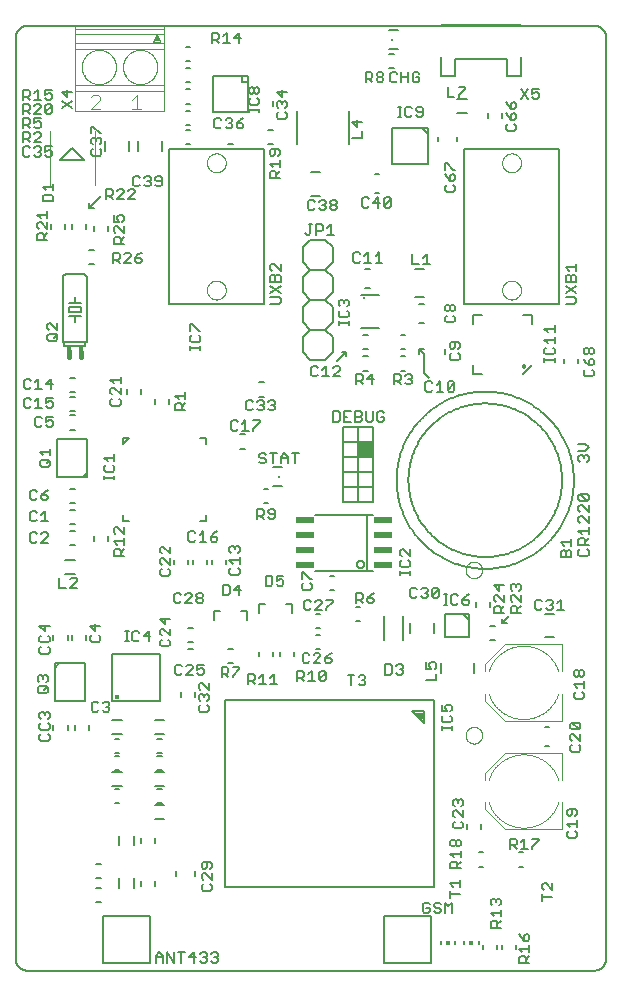
<source format=gto>
G75*
%MOIN*%
%OFA0B0*%
%FSLAX25Y25*%
%IPPOS*%
%LPD*%
%AMOC8*
5,1,8,0,0,1.08239X$1,22.5*
%
%ADD10C,0.00787*%
%ADD11C,0.00600*%
%ADD12C,0.00500*%
%ADD13C,0.00800*%
%ADD14R,0.05984X0.01930*%
%ADD15C,0.00787*%
%ADD16R,0.00787X0.00787*%
%ADD17C,0.00000*%
%ADD18C,0.01600*%
%ADD19R,0.01600X0.02300*%
%ADD20C,0.00400*%
%ADD21R,0.00591X0.01181*%
%ADD22R,0.01181X0.01181*%
%ADD23C,0.01575*%
%ADD24R,0.05000X0.05000*%
D10*
X0031772Y0027835D02*
X0033346Y0027835D01*
X0033346Y0032559D02*
X0031772Y0032559D01*
X0031772Y0035709D02*
X0033346Y0035709D01*
X0033346Y0040433D02*
X0031772Y0040433D01*
X0039646Y0035709D02*
X0039646Y0032559D01*
X0044370Y0032559D02*
X0044370Y0035709D01*
X0046732Y0034921D02*
X0046732Y0033346D01*
X0051457Y0033346D02*
X0051457Y0034921D01*
X0058543Y0036496D02*
X0058543Y0038071D01*
X0064843Y0038071D02*
X0064843Y0036496D01*
X0074882Y0032953D02*
X0074882Y0095157D01*
X0144567Y0095157D01*
X0144567Y0032953D01*
X0074882Y0032953D01*
X0054606Y0055394D02*
X0051457Y0055394D01*
X0051457Y0060118D02*
X0054606Y0060118D01*
X0053819Y0060906D02*
X0052244Y0060906D01*
X0052244Y0065630D02*
X0053819Y0065630D01*
X0054606Y0066417D02*
X0051457Y0066417D01*
X0051457Y0071142D02*
X0054606Y0071142D01*
X0053819Y0071929D02*
X0052244Y0071929D01*
X0052244Y0076654D02*
X0053819Y0076654D01*
X0053819Y0077441D02*
X0052244Y0077441D01*
X0052244Y0082165D02*
X0053819Y0082165D01*
X0054606Y0083740D02*
X0051457Y0083740D01*
X0051457Y0088465D02*
X0054606Y0088465D01*
X0060118Y0096339D02*
X0060118Y0097913D01*
X0064843Y0097913D02*
X0064843Y0096339D01*
X0075866Y0107362D02*
X0077441Y0107362D01*
X0077441Y0112087D02*
X0075866Y0112087D01*
X0086102Y0111299D02*
X0086102Y0109724D01*
X0090827Y0109724D02*
X0090827Y0111299D01*
X0093189Y0111299D02*
X0093189Y0109724D01*
X0097913Y0109724D02*
X0097913Y0111299D01*
X0105000Y0112087D02*
X0106575Y0112087D01*
X0106575Y0116811D02*
X0105000Y0116811D01*
X0105000Y0119173D02*
X0106575Y0119173D01*
X0106575Y0123898D02*
X0105000Y0123898D01*
X0109724Y0131772D02*
X0111299Y0131772D01*
X0111299Y0136496D02*
X0109724Y0136496D01*
X0118386Y0126260D02*
X0119961Y0126260D01*
X0119961Y0121535D02*
X0118386Y0121535D01*
X0127835Y0123110D02*
X0127835Y0115236D01*
X0134134Y0115236D02*
X0134134Y0123110D01*
X0136496Y0120748D02*
X0136496Y0117598D01*
X0144370Y0117598D02*
X0144370Y0120748D01*
X0146732Y0107362D02*
X0146732Y0104213D01*
X0141220Y0091614D02*
X0137283Y0091614D01*
X0141220Y0087677D01*
X0141220Y0091614D01*
X0141220Y0091450D02*
X0137447Y0091450D01*
X0138233Y0090665D02*
X0141220Y0090665D01*
X0141220Y0089879D02*
X0139019Y0089879D01*
X0139805Y0089093D02*
X0141220Y0089093D01*
X0141220Y0088307D02*
X0140591Y0088307D01*
X0157756Y0104213D02*
X0157756Y0107362D01*
X0163268Y0115236D02*
X0164843Y0115236D01*
X0164843Y0119961D02*
X0163268Y0119961D01*
X0167205Y0120748D02*
X0167205Y0122323D01*
X0167205Y0120748D02*
X0168780Y0120748D01*
X0167205Y0120748D02*
X0169567Y0123110D01*
X0163268Y0126260D02*
X0163268Y0127835D01*
X0158543Y0127835D02*
X0158543Y0126260D01*
X0181378Y0123898D02*
X0184528Y0123898D01*
X0184528Y0116024D02*
X0181378Y0116024D01*
X0181378Y0086102D02*
X0182953Y0086102D01*
X0182953Y0079803D02*
X0181378Y0079803D01*
X0160118Y0053819D02*
X0160118Y0052244D01*
X0155394Y0052244D02*
X0155394Y0053819D01*
X0159331Y0044370D02*
X0160906Y0044370D01*
X0160906Y0039646D02*
X0159331Y0039646D01*
X0172717Y0039646D02*
X0174291Y0039646D01*
X0174291Y0044370D02*
X0172717Y0044370D01*
X0171929Y0013661D02*
X0171929Y0012087D01*
X0167205Y0012087D02*
X0167205Y0013661D01*
X0165630Y0013661D02*
X0165630Y0012087D01*
X0160906Y0012087D02*
X0160906Y0013661D01*
X0064055Y0112087D02*
X0062480Y0112087D01*
X0062480Y0114449D02*
X0064055Y0114449D01*
X0064055Y0119173D02*
X0062480Y0119173D01*
X0062480Y0140433D02*
X0062480Y0142008D01*
X0064055Y0142008D02*
X0064055Y0140433D01*
X0068780Y0140433D02*
X0068780Y0142008D01*
X0070354Y0142008D02*
X0070354Y0140433D01*
X0075079Y0140433D02*
X0075079Y0142008D01*
X0087677Y0160906D02*
X0089252Y0160906D01*
X0089252Y0165630D02*
X0087677Y0165630D01*
X0090827Y0166417D02*
X0093976Y0166417D01*
X0093976Y0172717D02*
X0090827Y0172717D01*
X0081378Y0179016D02*
X0079803Y0179016D01*
X0079803Y0183740D02*
X0081378Y0183740D01*
X0086102Y0196339D02*
X0087677Y0196339D01*
X0087677Y0201063D02*
X0086102Y0201063D01*
X0087677Y0227047D02*
X0056181Y0227047D01*
X0056181Y0279016D01*
X0087677Y0279016D01*
X0087677Y0227047D01*
X0113661Y0211299D02*
X0115236Y0211299D01*
X0115236Y0209724D01*
X0115236Y0211299D02*
X0112087Y0208150D01*
X0120748Y0209724D02*
X0122323Y0209724D01*
X0122323Y0212087D02*
X0120748Y0212087D01*
X0120748Y0216811D02*
X0122323Y0216811D01*
X0122323Y0205000D02*
X0120748Y0205000D01*
X0133346Y0205000D02*
X0134921Y0205000D01*
X0134921Y0209724D02*
X0133346Y0209724D01*
X0133346Y0212087D02*
X0134921Y0212087D01*
X0134921Y0216811D02*
X0133346Y0216811D01*
X0139646Y0220748D02*
X0141220Y0220748D01*
X0141220Y0227047D02*
X0139646Y0227047D01*
X0138071Y0229409D02*
X0141220Y0229409D01*
X0141220Y0238858D02*
X0138071Y0238858D01*
X0123110Y0238858D02*
X0121535Y0238858D01*
X0121535Y0232559D02*
X0123110Y0232559D01*
X0139646Y0212087D02*
X0141220Y0212087D01*
X0139646Y0212087D02*
X0139646Y0210512D01*
X0141220Y0210512D02*
X0139646Y0212087D01*
X0141220Y0210512D02*
X0141220Y0204213D01*
X0142795Y0202638D01*
X0148307Y0210512D02*
X0148307Y0212087D01*
X0154606Y0227047D02*
X0154606Y0279016D01*
X0186102Y0279016D01*
X0186102Y0227047D01*
X0154606Y0227047D01*
X0126260Y0264055D02*
X0124685Y0264055D01*
X0124685Y0270354D02*
X0126260Y0270354D01*
X0116024Y0280591D02*
X0116024Y0291614D01*
X0129409Y0305787D02*
X0130984Y0305787D01*
X0130984Y0310512D02*
X0129409Y0310512D01*
X0129409Y0312087D02*
X0132559Y0312087D01*
X0132559Y0318386D02*
X0129409Y0318386D01*
X0152244Y0295551D02*
X0155394Y0295551D01*
X0155394Y0290827D02*
X0152244Y0290827D01*
X0152244Y0282953D02*
X0152244Y0281378D01*
X0145945Y0281378D02*
X0145945Y0282953D01*
X0162480Y0289252D02*
X0162480Y0290827D01*
X0167205Y0290827D02*
X0167205Y0289252D01*
X0106575Y0271142D02*
X0103425Y0271142D01*
X0103425Y0263268D02*
X0106575Y0263268D01*
X0098701Y0280591D02*
X0098701Y0291614D01*
X0090827Y0293189D02*
X0090827Y0294764D01*
X0082559Y0291220D02*
X0070748Y0291220D01*
X0070748Y0303031D01*
X0080591Y0303031D01*
X0080591Y0301063D01*
X0082559Y0301063D01*
X0082559Y0291220D01*
X0089252Y0285315D02*
X0090827Y0285315D01*
X0090827Y0280591D02*
X0089252Y0280591D01*
X0077441Y0280591D02*
X0075866Y0280591D01*
X0063268Y0280591D02*
X0061693Y0280591D01*
X0061693Y0285315D02*
X0063268Y0285315D01*
X0063268Y0286890D02*
X0061693Y0286890D01*
X0061693Y0291614D02*
X0063268Y0291614D01*
X0063268Y0293976D02*
X0061693Y0293976D01*
X0061693Y0298701D02*
X0063268Y0298701D01*
X0063268Y0301063D02*
X0061693Y0301063D01*
X0061693Y0305787D02*
X0063268Y0305787D01*
X0063268Y0308150D02*
X0061693Y0308150D01*
X0061693Y0312874D02*
X0063268Y0312874D01*
X0080591Y0303031D02*
X0082559Y0303031D01*
X0082559Y0301063D01*
X0053819Y0281378D02*
X0053819Y0278228D01*
X0045945Y0278228D02*
X0045945Y0281378D01*
X0042795Y0281378D02*
X0042795Y0278228D01*
X0034921Y0278228D02*
X0034921Y0281378D01*
X0033346Y0263268D02*
X0029409Y0259331D01*
X0030984Y0259331D01*
X0029409Y0259331D02*
X0029409Y0260906D01*
X0028622Y0253819D02*
X0028622Y0252244D01*
X0030984Y0253031D02*
X0030984Y0251457D01*
X0035709Y0251457D02*
X0035709Y0253031D01*
X0030984Y0245157D02*
X0029409Y0245157D01*
X0029409Y0240433D02*
X0030984Y0240433D01*
X0023898Y0252244D02*
X0023898Y0253819D01*
X0021535Y0253819D02*
X0021535Y0252244D01*
X0016811Y0252244D02*
X0016811Y0253819D01*
X0023110Y0202638D02*
X0024685Y0202638D01*
X0024685Y0197913D02*
X0023110Y0197913D01*
X0023110Y0196339D02*
X0024685Y0196339D01*
X0024685Y0191614D02*
X0023110Y0191614D01*
X0023110Y0190039D02*
X0024685Y0190039D01*
X0024685Y0185315D02*
X0023110Y0185315D01*
X0023110Y0165630D02*
X0024685Y0165630D01*
X0024685Y0160906D02*
X0023110Y0160906D01*
X0023110Y0158543D02*
X0024685Y0158543D01*
X0024685Y0153819D02*
X0023110Y0153819D01*
X0023110Y0151457D02*
X0024685Y0151457D01*
X0024685Y0146732D02*
X0023110Y0146732D01*
X0021535Y0142008D02*
X0024685Y0142008D01*
X0024685Y0137283D02*
X0021535Y0137283D01*
X0030984Y0148307D02*
X0030984Y0149882D01*
X0035709Y0149882D02*
X0035709Y0148307D01*
X0057756Y0142008D02*
X0057756Y0140433D01*
X0028622Y0116811D02*
X0028622Y0115236D01*
X0023898Y0115236D02*
X0023898Y0116811D01*
X0022323Y0116811D02*
X0022323Y0115236D01*
X0017598Y0115236D02*
X0017598Y0116811D01*
X0017598Y0086890D02*
X0017598Y0085315D01*
X0022323Y0085315D02*
X0022323Y0086890D01*
X0024685Y0086890D02*
X0024685Y0085315D01*
X0029409Y0085315D02*
X0029409Y0086890D01*
X0037283Y0088465D02*
X0040433Y0088465D01*
X0040433Y0083740D02*
X0037283Y0083740D01*
X0038071Y0082165D02*
X0039646Y0082165D01*
X0039646Y0077441D02*
X0038071Y0077441D01*
X0038071Y0076654D02*
X0039646Y0076654D01*
X0039646Y0071929D02*
X0038071Y0071929D01*
X0037283Y0071142D02*
X0040433Y0071142D01*
X0040433Y0066417D02*
X0037283Y0066417D01*
X0038071Y0065630D02*
X0039646Y0065630D01*
X0039646Y0060906D02*
X0038071Y0060906D01*
X0039646Y0049882D02*
X0039646Y0046732D01*
X0044370Y0046732D02*
X0044370Y0049882D01*
X0046732Y0049094D02*
X0046732Y0047520D01*
X0051457Y0047520D02*
X0051457Y0049094D01*
X0051457Y0193976D02*
X0051457Y0195551D01*
X0056181Y0195551D02*
X0056181Y0193976D01*
X0046732Y0197126D02*
X0046732Y0198701D01*
X0042008Y0198701D02*
X0042008Y0197126D01*
X0187677Y0207362D02*
X0187677Y0208937D01*
X0192402Y0208937D02*
X0192402Y0207362D01*
D11*
X0194411Y0209002D02*
X0194978Y0207867D01*
X0196113Y0206733D01*
X0196113Y0208434D01*
X0196680Y0209002D01*
X0197247Y0209002D01*
X0197814Y0208434D01*
X0197814Y0207300D01*
X0197247Y0206733D01*
X0196113Y0206733D01*
X0197247Y0205318D02*
X0197814Y0204751D01*
X0197814Y0203617D01*
X0197247Y0203050D01*
X0194978Y0203050D01*
X0194411Y0203617D01*
X0194411Y0204751D01*
X0194978Y0205318D01*
X0194978Y0210416D02*
X0195546Y0210416D01*
X0196113Y0210983D01*
X0196113Y0212118D01*
X0196680Y0212685D01*
X0197247Y0212685D01*
X0197814Y0212118D01*
X0197814Y0210983D01*
X0197247Y0210416D01*
X0196680Y0210416D01*
X0196113Y0210983D01*
X0196113Y0212118D02*
X0195546Y0212685D01*
X0194978Y0212685D01*
X0194411Y0212118D01*
X0194411Y0210983D01*
X0194978Y0210416D01*
X0184684Y0210959D02*
X0184684Y0212094D01*
X0184117Y0212661D01*
X0184684Y0214075D02*
X0184684Y0216344D01*
X0184684Y0215210D02*
X0181281Y0215210D01*
X0182416Y0214075D01*
X0181848Y0212661D02*
X0181281Y0212094D01*
X0181281Y0210959D01*
X0181848Y0210392D01*
X0184117Y0210392D01*
X0184684Y0210959D01*
X0184684Y0209071D02*
X0184684Y0207937D01*
X0184684Y0208504D02*
X0181281Y0208504D01*
X0181281Y0207937D02*
X0181281Y0209071D01*
X0182416Y0217759D02*
X0181281Y0218893D01*
X0184684Y0218893D01*
X0184684Y0217759D02*
X0184684Y0220027D01*
X0188368Y0227300D02*
X0191204Y0227300D01*
X0191771Y0227867D01*
X0191771Y0229001D01*
X0191204Y0229568D01*
X0188368Y0229568D01*
X0188368Y0230983D02*
X0191771Y0233251D01*
X0191771Y0234666D02*
X0188368Y0234666D01*
X0188368Y0236367D01*
X0188935Y0236935D01*
X0189502Y0236935D01*
X0190069Y0236367D01*
X0190069Y0234666D01*
X0190069Y0236367D02*
X0190637Y0236935D01*
X0191204Y0236935D01*
X0191771Y0236367D01*
X0191771Y0234666D01*
X0191771Y0238349D02*
X0191771Y0240618D01*
X0191771Y0239483D02*
X0188368Y0239483D01*
X0189502Y0238349D01*
X0188368Y0233251D02*
X0191771Y0230983D01*
X0153070Y0213830D02*
X0152503Y0214397D01*
X0150234Y0214397D01*
X0149667Y0213830D01*
X0149667Y0212696D01*
X0150234Y0212129D01*
X0150801Y0212129D01*
X0151369Y0212696D01*
X0151369Y0214397D01*
X0153070Y0213830D02*
X0153070Y0212696D01*
X0152503Y0212129D01*
X0152503Y0210714D02*
X0153070Y0210147D01*
X0153070Y0209013D01*
X0152503Y0208446D01*
X0150234Y0208446D01*
X0149667Y0209013D01*
X0149667Y0210147D01*
X0150234Y0210714D01*
X0150700Y0201416D02*
X0149566Y0201416D01*
X0148999Y0200848D01*
X0148999Y0198580D01*
X0151267Y0200848D01*
X0151267Y0198580D01*
X0150700Y0198013D01*
X0149566Y0198013D01*
X0148999Y0198580D01*
X0147584Y0198013D02*
X0145316Y0198013D01*
X0146450Y0198013D02*
X0146450Y0201416D01*
X0145316Y0200281D01*
X0143901Y0200848D02*
X0143334Y0201416D01*
X0142200Y0201416D01*
X0141632Y0200848D01*
X0141632Y0198580D01*
X0142200Y0198013D01*
X0143334Y0198013D01*
X0143901Y0198580D01*
X0137094Y0200942D02*
X0136527Y0200375D01*
X0135393Y0200375D01*
X0134826Y0200942D01*
X0133411Y0200375D02*
X0132277Y0201509D01*
X0132844Y0201509D02*
X0131142Y0201509D01*
X0131142Y0200375D02*
X0131142Y0203778D01*
X0132844Y0203778D01*
X0133411Y0203211D01*
X0133411Y0202076D01*
X0132844Y0201509D01*
X0134826Y0203211D02*
X0135393Y0203778D01*
X0136527Y0203778D01*
X0137094Y0203211D01*
X0137094Y0202643D01*
X0136527Y0202076D01*
X0137094Y0201509D01*
X0137094Y0200942D01*
X0136527Y0202076D02*
X0135960Y0202076D01*
X0127246Y0191380D02*
X0126112Y0191380D01*
X0125544Y0190813D01*
X0125544Y0188544D01*
X0126112Y0187977D01*
X0127246Y0187977D01*
X0127813Y0188544D01*
X0127813Y0189679D01*
X0126679Y0189679D01*
X0127813Y0190813D02*
X0127246Y0191380D01*
X0124130Y0191380D02*
X0124130Y0188544D01*
X0123563Y0187977D01*
X0122428Y0187977D01*
X0121861Y0188544D01*
X0121861Y0191380D01*
X0120447Y0190813D02*
X0119880Y0191380D01*
X0118178Y0191380D01*
X0118178Y0187977D01*
X0119880Y0187977D01*
X0120447Y0188544D01*
X0120447Y0189111D01*
X0119880Y0189679D01*
X0118178Y0189679D01*
X0119880Y0189679D02*
X0120447Y0190246D01*
X0120447Y0190813D01*
X0116764Y0191380D02*
X0114495Y0191380D01*
X0114495Y0187977D01*
X0116764Y0187977D01*
X0115629Y0189679D02*
X0114495Y0189679D01*
X0113080Y0190813D02*
X0112513Y0191380D01*
X0110812Y0191380D01*
X0110812Y0187977D01*
X0112513Y0187977D01*
X0113080Y0188544D01*
X0113080Y0190813D01*
X0118544Y0200375D02*
X0118544Y0203778D01*
X0120245Y0203778D01*
X0120813Y0203211D01*
X0120813Y0202076D01*
X0120245Y0201509D01*
X0118544Y0201509D01*
X0119678Y0201509D02*
X0120813Y0200375D01*
X0122227Y0202076D02*
X0124496Y0202076D01*
X0123929Y0200375D02*
X0123929Y0203778D01*
X0122227Y0202076D01*
X0113222Y0203076D02*
X0110954Y0203076D01*
X0113222Y0205344D01*
X0113222Y0205911D01*
X0112655Y0206478D01*
X0111521Y0206478D01*
X0110954Y0205911D01*
X0108405Y0206478D02*
X0108405Y0203076D01*
X0107271Y0203076D02*
X0109539Y0203076D01*
X0107271Y0205344D02*
X0108405Y0206478D01*
X0108287Y0208622D02*
X0110787Y0211122D01*
X0110787Y0216122D01*
X0108287Y0218622D01*
X0110787Y0221122D01*
X0110787Y0226122D01*
X0108287Y0228622D01*
X0103287Y0228622D01*
X0100787Y0226122D01*
X0100787Y0221122D01*
X0103287Y0218622D01*
X0108287Y0218622D01*
X0112707Y0220272D02*
X0112707Y0221407D01*
X0112707Y0220840D02*
X0116109Y0220840D01*
X0116109Y0221407D02*
X0116109Y0220272D01*
X0115542Y0222728D02*
X0113274Y0222728D01*
X0112707Y0223295D01*
X0112707Y0224429D01*
X0113274Y0224996D01*
X0113274Y0226411D02*
X0112707Y0226978D01*
X0112707Y0228112D01*
X0113274Y0228680D01*
X0113841Y0228680D01*
X0114408Y0228112D01*
X0114975Y0228680D01*
X0115542Y0228680D01*
X0116109Y0228112D01*
X0116109Y0226978D01*
X0115542Y0226411D01*
X0115542Y0224996D02*
X0116109Y0224429D01*
X0116109Y0223295D01*
X0115542Y0222728D01*
X0114408Y0227545D02*
X0114408Y0228112D01*
X0110787Y0231122D02*
X0108287Y0228622D01*
X0110787Y0231122D02*
X0110787Y0236122D01*
X0108287Y0238622D01*
X0110787Y0241122D01*
X0110787Y0246122D01*
X0108287Y0248622D01*
X0103287Y0248622D01*
X0100787Y0246122D01*
X0100787Y0241122D01*
X0103287Y0238622D01*
X0108287Y0238622D01*
X0103287Y0238622D02*
X0100787Y0236122D01*
X0100787Y0231122D01*
X0103287Y0228622D01*
X0103287Y0218622D02*
X0100787Y0216122D01*
X0100787Y0211122D01*
X0103287Y0208622D01*
X0108287Y0208622D01*
X0105856Y0205911D02*
X0105289Y0206478D01*
X0104155Y0206478D01*
X0103587Y0205911D01*
X0103587Y0203643D01*
X0104155Y0203076D01*
X0105289Y0203076D01*
X0105856Y0203643D01*
X0091425Y0194549D02*
X0091425Y0193982D01*
X0090858Y0193415D01*
X0091425Y0192848D01*
X0091425Y0192281D01*
X0090858Y0191713D01*
X0089723Y0191713D01*
X0089156Y0192281D01*
X0087742Y0192281D02*
X0087175Y0191713D01*
X0086040Y0191713D01*
X0085473Y0192281D01*
X0084059Y0192281D02*
X0083491Y0191713D01*
X0082357Y0191713D01*
X0081790Y0192281D01*
X0081790Y0194549D01*
X0082357Y0195116D01*
X0083491Y0195116D01*
X0084059Y0194549D01*
X0085473Y0194549D02*
X0086040Y0195116D01*
X0087175Y0195116D01*
X0087742Y0194549D01*
X0087742Y0193982D01*
X0087175Y0193415D01*
X0087742Y0192848D01*
X0087742Y0192281D01*
X0087175Y0193415D02*
X0086607Y0193415D01*
X0089156Y0194549D02*
X0089723Y0195116D01*
X0090858Y0195116D01*
X0091425Y0194549D01*
X0090858Y0193415D02*
X0090291Y0193415D01*
X0086451Y0188368D02*
X0086451Y0187801D01*
X0084182Y0185533D01*
X0084182Y0184965D01*
X0082767Y0184965D02*
X0080499Y0184965D01*
X0081633Y0184965D02*
X0081633Y0188368D01*
X0080499Y0187234D01*
X0079084Y0187801D02*
X0078517Y0188368D01*
X0077383Y0188368D01*
X0076816Y0187801D01*
X0076816Y0185533D01*
X0077383Y0184965D01*
X0078517Y0184965D01*
X0079084Y0185533D01*
X0084182Y0188368D02*
X0086451Y0188368D01*
X0086694Y0177482D02*
X0086127Y0176915D01*
X0086127Y0176348D01*
X0086694Y0175781D01*
X0087828Y0175781D01*
X0088395Y0175214D01*
X0088395Y0174647D01*
X0087828Y0174080D01*
X0086694Y0174080D01*
X0086127Y0174647D01*
X0086694Y0177482D02*
X0087828Y0177482D01*
X0088395Y0176915D01*
X0089810Y0177482D02*
X0092079Y0177482D01*
X0090944Y0177482D02*
X0090944Y0174080D01*
X0093493Y0174080D02*
X0093493Y0176348D01*
X0094627Y0177482D01*
X0095762Y0176348D01*
X0095762Y0174080D01*
X0095762Y0175781D02*
X0093493Y0175781D01*
X0097176Y0177482D02*
X0099445Y0177482D01*
X0098311Y0177482D02*
X0098311Y0174080D01*
X0090858Y0158896D02*
X0089723Y0158896D01*
X0089156Y0158329D01*
X0089156Y0157762D01*
X0089723Y0157194D01*
X0091425Y0157194D01*
X0091425Y0156060D02*
X0091425Y0158329D01*
X0090858Y0158896D01*
X0091425Y0156060D02*
X0090858Y0155493D01*
X0089723Y0155493D01*
X0089156Y0156060D01*
X0087742Y0155493D02*
X0086607Y0156627D01*
X0087175Y0156627D02*
X0085473Y0156627D01*
X0085473Y0155493D02*
X0085473Y0158896D01*
X0087175Y0158896D01*
X0087742Y0158329D01*
X0087742Y0157194D01*
X0087175Y0156627D01*
X0079137Y0146543D02*
X0079704Y0145976D01*
X0079704Y0144841D01*
X0079137Y0144274D01*
X0079704Y0142860D02*
X0079704Y0140591D01*
X0079704Y0141725D02*
X0076301Y0141725D01*
X0077435Y0140591D01*
X0076868Y0139177D02*
X0076301Y0138609D01*
X0076301Y0137475D01*
X0076868Y0136908D01*
X0079137Y0136908D01*
X0079704Y0137475D01*
X0079704Y0138609D01*
X0079137Y0139177D01*
X0076868Y0144274D02*
X0076301Y0144841D01*
X0076301Y0145976D01*
X0076868Y0146543D01*
X0077435Y0146543D01*
X0078002Y0145976D01*
X0078570Y0146543D01*
X0079137Y0146543D01*
X0078002Y0145976D02*
X0078002Y0145409D01*
X0072277Y0148525D02*
X0071710Y0147957D01*
X0070576Y0147957D01*
X0070009Y0148525D01*
X0070009Y0149659D01*
X0071710Y0149659D01*
X0072277Y0149092D01*
X0072277Y0148525D01*
X0071143Y0150793D02*
X0070009Y0149659D01*
X0071143Y0150793D02*
X0072277Y0151360D01*
X0067460Y0151360D02*
X0067460Y0147957D01*
X0066326Y0147957D02*
X0068594Y0147957D01*
X0066326Y0150226D02*
X0067460Y0151360D01*
X0064911Y0150793D02*
X0064344Y0151360D01*
X0063210Y0151360D01*
X0062643Y0150793D01*
X0062643Y0148525D01*
X0063210Y0147957D01*
X0064344Y0147957D01*
X0064911Y0148525D01*
X0056531Y0146293D02*
X0056531Y0144025D01*
X0054262Y0146293D01*
X0053695Y0146293D01*
X0053128Y0145726D01*
X0053128Y0144592D01*
X0053695Y0144025D01*
X0053695Y0142610D02*
X0053128Y0142043D01*
X0053128Y0140909D01*
X0053695Y0140341D01*
X0053695Y0138927D02*
X0053128Y0138360D01*
X0053128Y0137225D01*
X0053695Y0136658D01*
X0055964Y0136658D01*
X0056531Y0137225D01*
X0056531Y0138360D01*
X0055964Y0138927D01*
X0056531Y0140341D02*
X0054262Y0142610D01*
X0053695Y0142610D01*
X0056531Y0142610D02*
X0056531Y0140341D01*
X0058485Y0130888D02*
X0057918Y0130321D01*
X0057918Y0128052D01*
X0058485Y0127485D01*
X0059620Y0127485D01*
X0060187Y0128052D01*
X0061601Y0127485D02*
X0063870Y0129754D01*
X0063870Y0130321D01*
X0063303Y0130888D01*
X0062168Y0130888D01*
X0061601Y0130321D01*
X0060187Y0130321D02*
X0059620Y0130888D01*
X0058485Y0130888D01*
X0061601Y0127485D02*
X0063870Y0127485D01*
X0065284Y0128052D02*
X0065284Y0128619D01*
X0065852Y0129186D01*
X0066986Y0129186D01*
X0067553Y0128619D01*
X0067553Y0128052D01*
X0066986Y0127485D01*
X0065852Y0127485D01*
X0065284Y0128052D01*
X0065852Y0129186D02*
X0065284Y0129754D01*
X0065284Y0130321D01*
X0065852Y0130888D01*
X0066986Y0130888D01*
X0067553Y0130321D01*
X0067553Y0129754D01*
X0066986Y0129186D01*
X0071054Y0124923D02*
X0073254Y0124923D01*
X0071054Y0124923D02*
X0071054Y0121723D01*
X0074178Y0130123D02*
X0075879Y0130123D01*
X0076447Y0130690D01*
X0076447Y0132959D01*
X0075879Y0133526D01*
X0074178Y0133526D01*
X0074178Y0130123D01*
X0077861Y0131824D02*
X0080130Y0131824D01*
X0079563Y0130123D02*
X0079563Y0133526D01*
X0077861Y0131824D01*
X0080054Y0124923D02*
X0082254Y0124923D01*
X0082254Y0121723D01*
X0086014Y0124085D02*
X0086014Y0127285D01*
X0088214Y0127285D01*
X0088351Y0133272D02*
X0090053Y0133272D01*
X0090620Y0133840D01*
X0090620Y0136108D01*
X0090053Y0136675D01*
X0088351Y0136675D01*
X0088351Y0133272D01*
X0092034Y0133840D02*
X0092601Y0133272D01*
X0093736Y0133272D01*
X0094303Y0133840D01*
X0094303Y0134974D01*
X0093736Y0135541D01*
X0093169Y0135541D01*
X0092034Y0134974D01*
X0092034Y0136675D01*
X0094303Y0136675D01*
X0100372Y0135617D02*
X0100372Y0137886D01*
X0100939Y0137886D01*
X0103208Y0135617D01*
X0103775Y0135617D01*
X0103208Y0134202D02*
X0103775Y0133635D01*
X0103775Y0132501D01*
X0103208Y0131934D01*
X0100939Y0131934D01*
X0100372Y0132501D01*
X0100372Y0133635D01*
X0100939Y0134202D01*
X0101792Y0128526D02*
X0101225Y0127959D01*
X0101225Y0125690D01*
X0101792Y0125123D01*
X0102927Y0125123D01*
X0103494Y0125690D01*
X0104908Y0125123D02*
X0107177Y0127391D01*
X0107177Y0127959D01*
X0106610Y0128526D01*
X0105475Y0128526D01*
X0104908Y0127959D01*
X0103494Y0127959D02*
X0102927Y0128526D01*
X0101792Y0128526D01*
X0104908Y0125123D02*
X0107177Y0125123D01*
X0108591Y0125123D02*
X0108591Y0125690D01*
X0110860Y0127959D01*
X0110860Y0128526D01*
X0108591Y0128526D01*
X0118548Y0128619D02*
X0120249Y0128619D01*
X0120817Y0129186D01*
X0120817Y0130321D01*
X0120249Y0130888D01*
X0118548Y0130888D01*
X0118548Y0127485D01*
X0119682Y0128619D02*
X0120817Y0127485D01*
X0122231Y0128052D02*
X0122231Y0129186D01*
X0123933Y0129186D01*
X0124500Y0128619D01*
X0124500Y0128052D01*
X0123933Y0127485D01*
X0122798Y0127485D01*
X0122231Y0128052D01*
X0122231Y0129186D02*
X0123365Y0130321D01*
X0124500Y0130888D01*
X0133120Y0136974D02*
X0133120Y0138109D01*
X0133120Y0137541D02*
X0136523Y0137541D01*
X0136523Y0136974D02*
X0136523Y0138109D01*
X0135956Y0139430D02*
X0133687Y0139430D01*
X0133120Y0139997D01*
X0133120Y0141131D01*
X0133687Y0141698D01*
X0133687Y0143113D02*
X0133120Y0143680D01*
X0133120Y0144814D01*
X0133687Y0145382D01*
X0134254Y0145382D01*
X0136523Y0143113D01*
X0136523Y0145382D01*
X0135956Y0141698D02*
X0136523Y0141131D01*
X0136523Y0139997D01*
X0135956Y0139430D01*
X0137088Y0132601D02*
X0136520Y0132033D01*
X0136520Y0129765D01*
X0137088Y0129198D01*
X0138222Y0129198D01*
X0138789Y0129765D01*
X0140204Y0129765D02*
X0140771Y0129198D01*
X0141905Y0129198D01*
X0142472Y0129765D01*
X0142472Y0130332D01*
X0141905Y0130899D01*
X0141338Y0130899D01*
X0141905Y0130899D02*
X0142472Y0131466D01*
X0142472Y0132033D01*
X0141905Y0132601D01*
X0140771Y0132601D01*
X0140204Y0132033D01*
X0138789Y0132033D02*
X0138222Y0132601D01*
X0137088Y0132601D01*
X0143887Y0132033D02*
X0143887Y0129765D01*
X0146155Y0132033D01*
X0146155Y0129765D01*
X0145588Y0129198D01*
X0144454Y0129198D01*
X0143887Y0129765D01*
X0143887Y0132033D02*
X0144454Y0132601D01*
X0145588Y0132601D01*
X0146155Y0132033D01*
X0147820Y0130356D02*
X0148954Y0130356D01*
X0148387Y0130356D02*
X0148387Y0126954D01*
X0147820Y0126954D02*
X0148954Y0126954D01*
X0150275Y0127521D02*
X0150275Y0129789D01*
X0150842Y0130356D01*
X0151977Y0130356D01*
X0152544Y0129789D01*
X0153958Y0128655D02*
X0155660Y0128655D01*
X0156227Y0128088D01*
X0156227Y0127521D01*
X0155660Y0126954D01*
X0154525Y0126954D01*
X0153958Y0127521D01*
X0153958Y0128655D01*
X0155093Y0129789D01*
X0156227Y0130356D01*
X0152544Y0127521D02*
X0151977Y0126954D01*
X0150842Y0126954D01*
X0150275Y0127521D01*
X0164490Y0128560D02*
X0165057Y0127993D01*
X0164490Y0128560D02*
X0164490Y0129694D01*
X0165057Y0130261D01*
X0165624Y0130261D01*
X0167893Y0127993D01*
X0167893Y0130261D01*
X0170002Y0129694D02*
X0170002Y0128560D01*
X0170569Y0127993D01*
X0170569Y0126578D02*
X0171703Y0126578D01*
X0172270Y0126011D01*
X0172270Y0124310D01*
X0172270Y0125444D02*
X0173405Y0126578D01*
X0173405Y0127993D02*
X0171136Y0130261D01*
X0170569Y0130261D01*
X0170002Y0129694D01*
X0170569Y0131676D02*
X0170002Y0132243D01*
X0170002Y0133377D01*
X0170569Y0133945D01*
X0171136Y0133945D01*
X0171703Y0133377D01*
X0172270Y0133945D01*
X0172838Y0133945D01*
X0173405Y0133377D01*
X0173405Y0132243D01*
X0172838Y0131676D01*
X0173405Y0130261D02*
X0173405Y0127993D01*
X0170569Y0126578D02*
X0170002Y0126011D01*
X0170002Y0124310D01*
X0173405Y0124310D01*
X0178253Y0125828D02*
X0178820Y0125261D01*
X0179954Y0125261D01*
X0180521Y0125828D01*
X0181936Y0125828D02*
X0182503Y0125261D01*
X0183637Y0125261D01*
X0184205Y0125828D01*
X0184205Y0126395D01*
X0183637Y0126962D01*
X0183070Y0126962D01*
X0183637Y0126962D02*
X0184205Y0127529D01*
X0184205Y0128096D01*
X0183637Y0128664D01*
X0182503Y0128664D01*
X0181936Y0128096D01*
X0180521Y0128096D02*
X0179954Y0128664D01*
X0178820Y0128664D01*
X0178253Y0128096D01*
X0178253Y0125828D01*
X0185619Y0125261D02*
X0187888Y0125261D01*
X0186753Y0125261D02*
X0186753Y0128664D01*
X0185619Y0127529D01*
X0171703Y0132810D02*
X0171703Y0133377D01*
X0167893Y0133377D02*
X0164490Y0133377D01*
X0166191Y0131676D01*
X0166191Y0133945D01*
X0166191Y0126578D02*
X0165057Y0126578D01*
X0164490Y0126011D01*
X0164490Y0124310D01*
X0167893Y0124310D01*
X0166759Y0124310D02*
X0166759Y0126011D01*
X0166191Y0126578D01*
X0166759Y0125444D02*
X0167893Y0126578D01*
X0186824Y0142977D02*
X0186824Y0144678D01*
X0187391Y0145245D01*
X0187958Y0145245D01*
X0188525Y0144678D01*
X0188525Y0142977D01*
X0188525Y0144678D02*
X0189092Y0145245D01*
X0189659Y0145245D01*
X0190227Y0144678D01*
X0190227Y0142977D01*
X0186824Y0142977D01*
X0187958Y0146660D02*
X0186824Y0147794D01*
X0190227Y0147794D01*
X0190227Y0146660D02*
X0190227Y0148928D01*
X0192636Y0148480D02*
X0192636Y0146778D01*
X0196039Y0146778D01*
X0194904Y0146778D02*
X0194904Y0148480D01*
X0194337Y0149047D01*
X0193203Y0149047D01*
X0192636Y0148480D01*
X0193770Y0150462D02*
X0192636Y0151596D01*
X0196039Y0151596D01*
X0196039Y0150462D02*
X0196039Y0152730D01*
X0196039Y0154145D02*
X0193770Y0156413D01*
X0193203Y0156413D01*
X0192636Y0155846D01*
X0192636Y0154712D01*
X0193203Y0154145D01*
X0193203Y0157828D02*
X0192636Y0158395D01*
X0192636Y0159529D01*
X0193203Y0160096D01*
X0193770Y0160096D01*
X0196039Y0157828D01*
X0196039Y0160096D01*
X0195471Y0161511D02*
X0196039Y0162078D01*
X0196039Y0163212D01*
X0195471Y0163780D01*
X0193203Y0163780D01*
X0195471Y0161511D01*
X0193203Y0161511D01*
X0192636Y0162078D01*
X0192636Y0163212D01*
X0193203Y0163780D01*
X0196039Y0156413D02*
X0196039Y0154145D01*
X0196039Y0149047D02*
X0194904Y0147913D01*
X0195471Y0145364D02*
X0196039Y0144797D01*
X0196039Y0143662D01*
X0195471Y0143095D01*
X0193203Y0143095D01*
X0192636Y0143662D01*
X0192636Y0144797D01*
X0193203Y0145364D01*
X0193203Y0174591D02*
X0192636Y0175158D01*
X0192636Y0176293D01*
X0193203Y0176860D01*
X0193770Y0176860D01*
X0194337Y0176293D01*
X0194904Y0176860D01*
X0195471Y0176860D01*
X0196039Y0176293D01*
X0196039Y0175158D01*
X0195471Y0174591D01*
X0194337Y0175726D02*
X0194337Y0176293D01*
X0194904Y0178274D02*
X0192636Y0178274D01*
X0194904Y0178274D02*
X0196039Y0179409D01*
X0194904Y0180543D01*
X0192636Y0180543D01*
X0151267Y0200848D02*
X0150700Y0201416D01*
X0150928Y0221044D02*
X0148660Y0221044D01*
X0148092Y0221611D01*
X0148092Y0222745D01*
X0148660Y0223313D01*
X0148660Y0224727D02*
X0149227Y0224727D01*
X0149794Y0225294D01*
X0149794Y0226429D01*
X0150361Y0226996D01*
X0150928Y0226996D01*
X0151495Y0226429D01*
X0151495Y0225294D01*
X0150928Y0224727D01*
X0150361Y0224727D01*
X0149794Y0225294D01*
X0149794Y0226429D02*
X0149227Y0226996D01*
X0148660Y0226996D01*
X0148092Y0226429D01*
X0148092Y0225294D01*
X0148660Y0224727D01*
X0150928Y0223313D02*
X0151495Y0222745D01*
X0151495Y0221611D01*
X0150928Y0221044D01*
X0143122Y0240359D02*
X0140853Y0240359D01*
X0141988Y0240359D02*
X0141988Y0243762D01*
X0140853Y0242628D01*
X0139439Y0240359D02*
X0137170Y0240359D01*
X0137170Y0243762D01*
X0127258Y0241009D02*
X0124989Y0241009D01*
X0126123Y0241009D02*
X0126123Y0244412D01*
X0124989Y0243277D01*
X0123575Y0241009D02*
X0121306Y0241009D01*
X0122440Y0241009D02*
X0122440Y0244412D01*
X0121306Y0243277D01*
X0119891Y0243844D02*
X0119324Y0244412D01*
X0118190Y0244412D01*
X0117623Y0243844D01*
X0117623Y0241576D01*
X0118190Y0241009D01*
X0119324Y0241009D01*
X0119891Y0241576D01*
X0120035Y0230287D02*
X0126185Y0230287D01*
X0126185Y0219087D02*
X0120035Y0219087D01*
X0111170Y0250295D02*
X0108902Y0250295D01*
X0110036Y0250295D02*
X0110036Y0253698D01*
X0108902Y0252564D01*
X0107487Y0253131D02*
X0107487Y0251997D01*
X0106920Y0251430D01*
X0105219Y0251430D01*
X0105219Y0250295D02*
X0105219Y0253698D01*
X0106920Y0253698D01*
X0107487Y0253131D01*
X0103804Y0253698D02*
X0102670Y0253698D01*
X0103237Y0253698D02*
X0103237Y0250862D01*
X0102670Y0250295D01*
X0102103Y0250295D01*
X0101535Y0250862D01*
X0102967Y0258505D02*
X0104102Y0258505D01*
X0104669Y0259072D01*
X0106083Y0259072D02*
X0106650Y0258505D01*
X0107785Y0258505D01*
X0108352Y0259072D01*
X0108352Y0259639D01*
X0107785Y0260206D01*
X0107218Y0260206D01*
X0107785Y0260206D02*
X0108352Y0260773D01*
X0108352Y0261340D01*
X0107785Y0261908D01*
X0106650Y0261908D01*
X0106083Y0261340D01*
X0104669Y0261340D02*
X0104102Y0261908D01*
X0102967Y0261908D01*
X0102400Y0261340D01*
X0102400Y0259072D01*
X0102967Y0258505D01*
X0109766Y0259072D02*
X0109766Y0259639D01*
X0110334Y0260206D01*
X0111468Y0260206D01*
X0112035Y0259639D01*
X0112035Y0259072D01*
X0111468Y0258505D01*
X0110334Y0258505D01*
X0109766Y0259072D01*
X0110334Y0260206D02*
X0109766Y0260773D01*
X0109766Y0261340D01*
X0110334Y0261908D01*
X0111468Y0261908D01*
X0112035Y0261340D01*
X0112035Y0260773D01*
X0111468Y0260206D01*
X0120510Y0259859D02*
X0121078Y0259292D01*
X0122212Y0259292D01*
X0122779Y0259859D01*
X0124194Y0260994D02*
X0126462Y0260994D01*
X0125895Y0262695D02*
X0124194Y0260994D01*
X0122779Y0262128D02*
X0122212Y0262695D01*
X0121078Y0262695D01*
X0120510Y0262128D01*
X0120510Y0259859D01*
X0125895Y0259292D02*
X0125895Y0262695D01*
X0127877Y0262128D02*
X0127877Y0259859D01*
X0130145Y0262128D01*
X0130145Y0259859D01*
X0129578Y0259292D01*
X0128444Y0259292D01*
X0127877Y0259859D01*
X0127877Y0262128D02*
X0128444Y0262695D01*
X0129578Y0262695D01*
X0130145Y0262128D01*
X0120413Y0282599D02*
X0117010Y0282599D01*
X0118711Y0286282D02*
X0118711Y0288551D01*
X0117010Y0287984D02*
X0118711Y0286282D01*
X0120413Y0284868D02*
X0120413Y0282599D01*
X0120413Y0287984D02*
X0117010Y0287984D01*
X0121694Y0301162D02*
X0121694Y0304565D01*
X0123395Y0304565D01*
X0123962Y0303998D01*
X0123962Y0302864D01*
X0123395Y0302297D01*
X0121694Y0302297D01*
X0122828Y0302297D02*
X0123962Y0301162D01*
X0125377Y0301729D02*
X0125377Y0302297D01*
X0125944Y0302864D01*
X0127078Y0302864D01*
X0127645Y0302297D01*
X0127645Y0301729D01*
X0127078Y0301162D01*
X0125944Y0301162D01*
X0125377Y0301729D01*
X0125944Y0302864D02*
X0125377Y0303431D01*
X0125377Y0303998D01*
X0125944Y0304565D01*
X0127078Y0304565D01*
X0127645Y0303998D01*
X0127645Y0303431D01*
X0127078Y0302864D01*
X0129959Y0303860D02*
X0129959Y0301592D01*
X0130526Y0301024D01*
X0131661Y0301024D01*
X0132228Y0301592D01*
X0133642Y0301024D02*
X0133642Y0304427D01*
X0132228Y0303860D02*
X0131661Y0304427D01*
X0130526Y0304427D01*
X0129959Y0303860D01*
X0133642Y0302726D02*
X0135911Y0302726D01*
X0135911Y0304427D02*
X0135911Y0301024D01*
X0137326Y0301592D02*
X0137893Y0301024D01*
X0139027Y0301024D01*
X0139594Y0301592D01*
X0139594Y0302726D01*
X0138460Y0302726D01*
X0139594Y0303860D02*
X0139027Y0304427D01*
X0137893Y0304427D01*
X0137326Y0303860D01*
X0137326Y0301592D01*
X0136622Y0292955D02*
X0135488Y0292955D01*
X0134921Y0292388D01*
X0134921Y0290119D01*
X0135488Y0289552D01*
X0136622Y0289552D01*
X0137189Y0290119D01*
X0138604Y0290119D02*
X0139171Y0289552D01*
X0140305Y0289552D01*
X0140873Y0290119D01*
X0140873Y0292388D01*
X0140305Y0292955D01*
X0139171Y0292955D01*
X0138604Y0292388D01*
X0138604Y0291821D01*
X0139171Y0291253D01*
X0140873Y0291253D01*
X0137189Y0292388D02*
X0136622Y0292955D01*
X0133600Y0292955D02*
X0132465Y0292955D01*
X0133033Y0292955D02*
X0133033Y0289552D01*
X0133600Y0289552D02*
X0132465Y0289552D01*
X0148981Y0296127D02*
X0151250Y0296127D01*
X0152664Y0296127D02*
X0152664Y0296694D01*
X0154933Y0298963D01*
X0154933Y0299530D01*
X0152664Y0299530D01*
X0148981Y0299530D02*
X0148981Y0296127D01*
X0148660Y0274240D02*
X0150928Y0271971D01*
X0151495Y0271971D01*
X0150928Y0270557D02*
X0150361Y0270557D01*
X0149794Y0269989D01*
X0149794Y0268288D01*
X0150928Y0268288D01*
X0151495Y0268855D01*
X0151495Y0269989D01*
X0150928Y0270557D01*
X0148660Y0269422D02*
X0149794Y0268288D01*
X0148660Y0269422D02*
X0148092Y0270557D01*
X0148092Y0271971D02*
X0148092Y0274240D01*
X0148660Y0274240D01*
X0148660Y0266873D02*
X0148092Y0266306D01*
X0148092Y0265172D01*
X0148660Y0264605D01*
X0150928Y0264605D01*
X0151495Y0265172D01*
X0151495Y0266306D01*
X0150928Y0266873D01*
X0168994Y0284940D02*
X0171263Y0284940D01*
X0171830Y0285507D01*
X0171830Y0286641D01*
X0171263Y0287208D01*
X0171263Y0288623D02*
X0171830Y0289190D01*
X0171830Y0290324D01*
X0171263Y0290891D01*
X0170696Y0290891D01*
X0170128Y0290324D01*
X0170128Y0288623D01*
X0171263Y0288623D01*
X0170128Y0288623D02*
X0168994Y0289757D01*
X0168427Y0290891D01*
X0170128Y0292306D02*
X0170128Y0294007D01*
X0170696Y0294574D01*
X0171263Y0294574D01*
X0171830Y0294007D01*
X0171830Y0292873D01*
X0171263Y0292306D01*
X0170128Y0292306D01*
X0168994Y0293440D01*
X0168427Y0294574D01*
X0173524Y0295591D02*
X0175793Y0298994D01*
X0177207Y0298994D02*
X0177207Y0297293D01*
X0178342Y0297860D01*
X0178909Y0297860D01*
X0179476Y0297293D01*
X0179476Y0296158D01*
X0178909Y0295591D01*
X0177775Y0295591D01*
X0177207Y0296158D01*
X0175793Y0295591D02*
X0173524Y0298994D01*
X0177207Y0298994D02*
X0179476Y0298994D01*
X0168994Y0287208D02*
X0168427Y0286641D01*
X0168427Y0285507D01*
X0168994Y0284940D01*
X0095452Y0289444D02*
X0095452Y0290578D01*
X0094885Y0291145D01*
X0094885Y0292560D02*
X0095452Y0293127D01*
X0095452Y0294261D01*
X0094885Y0294828D01*
X0094318Y0294828D01*
X0093751Y0294261D01*
X0093751Y0293694D01*
X0093751Y0294261D02*
X0093183Y0294828D01*
X0092616Y0294828D01*
X0092049Y0294261D01*
X0092049Y0293127D01*
X0092616Y0292560D01*
X0092616Y0291145D02*
X0092049Y0290578D01*
X0092049Y0289444D01*
X0092616Y0288877D01*
X0094885Y0288877D01*
X0095452Y0289444D01*
X0093751Y0296243D02*
X0093751Y0298511D01*
X0095452Y0297944D02*
X0092049Y0297944D01*
X0093751Y0296243D01*
X0086196Y0295284D02*
X0085629Y0295851D01*
X0086196Y0295284D02*
X0086196Y0294149D01*
X0085629Y0293582D01*
X0083360Y0293582D01*
X0082793Y0294149D01*
X0082793Y0295284D01*
X0083360Y0295851D01*
X0083360Y0297265D02*
X0083927Y0297265D01*
X0084495Y0297832D01*
X0084495Y0298967D01*
X0085062Y0299534D01*
X0085629Y0299534D01*
X0086196Y0298967D01*
X0086196Y0297832D01*
X0085629Y0297265D01*
X0085062Y0297265D01*
X0084495Y0297832D01*
X0084495Y0298967D02*
X0083927Y0299534D01*
X0083360Y0299534D01*
X0082793Y0298967D01*
X0082793Y0297832D01*
X0083360Y0297265D01*
X0082793Y0292261D02*
X0082793Y0291127D01*
X0082793Y0291694D02*
X0086196Y0291694D01*
X0086196Y0291127D02*
X0086196Y0292261D01*
X0080939Y0289156D02*
X0079805Y0288589D01*
X0078670Y0287454D01*
X0080372Y0287454D01*
X0080939Y0286887D01*
X0080939Y0286320D01*
X0080372Y0285753D01*
X0079237Y0285753D01*
X0078670Y0286320D01*
X0078670Y0287454D01*
X0077256Y0286887D02*
X0076689Y0287454D01*
X0076121Y0287454D01*
X0076689Y0287454D02*
X0077256Y0288021D01*
X0077256Y0288589D01*
X0076689Y0289156D01*
X0075554Y0289156D01*
X0074987Y0288589D01*
X0073573Y0288589D02*
X0073005Y0289156D01*
X0071871Y0289156D01*
X0071304Y0288589D01*
X0071304Y0286320D01*
X0071871Y0285753D01*
X0073005Y0285753D01*
X0073573Y0286320D01*
X0074987Y0286320D02*
X0075554Y0285753D01*
X0076689Y0285753D01*
X0077256Y0286320D01*
X0077256Y0286887D01*
X0089687Y0278259D02*
X0089687Y0277125D01*
X0090254Y0276558D01*
X0090821Y0276558D01*
X0091388Y0277125D01*
X0091388Y0278826D01*
X0090254Y0278826D02*
X0089687Y0278259D01*
X0090254Y0278826D02*
X0092523Y0278826D01*
X0093090Y0278259D01*
X0093090Y0277125D01*
X0092523Y0276558D01*
X0093090Y0275143D02*
X0093090Y0272875D01*
X0093090Y0274009D02*
X0089687Y0274009D01*
X0090821Y0272875D01*
X0090254Y0271460D02*
X0091388Y0271460D01*
X0091955Y0270893D01*
X0091955Y0269192D01*
X0091955Y0270326D02*
X0093090Y0271460D01*
X0093090Y0269192D02*
X0089687Y0269192D01*
X0089687Y0270893D01*
X0090254Y0271460D01*
X0090510Y0240618D02*
X0089943Y0240051D01*
X0089943Y0238916D01*
X0090510Y0238349D01*
X0090510Y0236935D02*
X0091077Y0236935D01*
X0091644Y0236367D01*
X0091644Y0234666D01*
X0089943Y0234666D02*
X0093346Y0234666D01*
X0093346Y0236367D01*
X0092779Y0236935D01*
X0092211Y0236935D01*
X0091644Y0236367D01*
X0090510Y0236935D02*
X0089943Y0236367D01*
X0089943Y0234666D01*
X0089943Y0233251D02*
X0093346Y0230983D01*
X0092779Y0229568D02*
X0089943Y0229568D01*
X0089943Y0230983D02*
X0093346Y0233251D01*
X0092779Y0229568D02*
X0093346Y0229001D01*
X0093346Y0227867D01*
X0092779Y0227300D01*
X0089943Y0227300D01*
X0093346Y0238349D02*
X0091077Y0240618D01*
X0090510Y0240618D01*
X0093346Y0240618D02*
X0093346Y0238349D01*
X0066641Y0218112D02*
X0066074Y0218112D01*
X0063805Y0220380D01*
X0063238Y0220380D01*
X0063238Y0218112D01*
X0063805Y0216697D02*
X0063238Y0216130D01*
X0063238Y0214996D01*
X0063805Y0214429D01*
X0066074Y0214429D01*
X0066641Y0214996D01*
X0066641Y0216130D01*
X0066074Y0216697D01*
X0066641Y0213108D02*
X0066641Y0211973D01*
X0066641Y0212540D02*
X0063238Y0212540D01*
X0063238Y0211973D02*
X0063238Y0213108D01*
X0061594Y0197724D02*
X0061594Y0195455D01*
X0061594Y0196590D02*
X0058191Y0196590D01*
X0059325Y0195455D01*
X0058758Y0194041D02*
X0058191Y0193474D01*
X0058191Y0191772D01*
X0061594Y0191772D01*
X0060459Y0191772D02*
X0060459Y0193474D01*
X0059892Y0194041D01*
X0058758Y0194041D01*
X0060459Y0192907D02*
X0061594Y0194041D01*
X0039995Y0193918D02*
X0039995Y0195053D01*
X0039428Y0195620D01*
X0039995Y0197034D02*
X0037727Y0199303D01*
X0037160Y0199303D01*
X0036592Y0198736D01*
X0036592Y0197601D01*
X0037160Y0197034D01*
X0037160Y0195620D02*
X0036592Y0195053D01*
X0036592Y0193918D01*
X0037160Y0193351D01*
X0039428Y0193351D01*
X0039995Y0193918D01*
X0039995Y0197034D02*
X0039995Y0199303D01*
X0039995Y0200717D02*
X0039995Y0202986D01*
X0039995Y0201852D02*
X0036592Y0201852D01*
X0037727Y0200717D01*
X0028185Y0213075D02*
X0028185Y0214575D01*
X0021185Y0214575D01*
X0020685Y0214575D01*
X0020685Y0236075D01*
X0020687Y0236135D01*
X0020692Y0236196D01*
X0020701Y0236255D01*
X0020714Y0236314D01*
X0020730Y0236373D01*
X0020750Y0236430D01*
X0020773Y0236485D01*
X0020800Y0236540D01*
X0020829Y0236592D01*
X0020862Y0236643D01*
X0020898Y0236692D01*
X0020936Y0236738D01*
X0020978Y0236782D01*
X0021022Y0236824D01*
X0021068Y0236862D01*
X0021117Y0236898D01*
X0021168Y0236931D01*
X0021220Y0236960D01*
X0021275Y0236987D01*
X0021330Y0237010D01*
X0021387Y0237030D01*
X0021446Y0237046D01*
X0021505Y0237059D01*
X0021564Y0237068D01*
X0021625Y0237073D01*
X0021685Y0237075D01*
X0027685Y0237075D01*
X0027745Y0237073D01*
X0027806Y0237068D01*
X0027865Y0237059D01*
X0027924Y0237046D01*
X0027983Y0237030D01*
X0028040Y0237010D01*
X0028095Y0236987D01*
X0028150Y0236960D01*
X0028202Y0236931D01*
X0028253Y0236898D01*
X0028302Y0236862D01*
X0028348Y0236824D01*
X0028392Y0236782D01*
X0028434Y0236738D01*
X0028472Y0236692D01*
X0028508Y0236643D01*
X0028541Y0236592D01*
X0028570Y0236540D01*
X0028597Y0236485D01*
X0028620Y0236430D01*
X0028640Y0236373D01*
X0028656Y0236314D01*
X0028669Y0236255D01*
X0028678Y0236196D01*
X0028683Y0236135D01*
X0028685Y0236075D01*
X0028685Y0214575D01*
X0028185Y0214575D01*
X0028185Y0213075D02*
X0021185Y0213075D01*
X0021185Y0214575D01*
X0018885Y0215442D02*
X0018318Y0214875D01*
X0016049Y0214875D01*
X0015482Y0215442D01*
X0015482Y0216576D01*
X0016049Y0217143D01*
X0018318Y0217143D01*
X0018885Y0216576D01*
X0018885Y0215442D01*
X0017751Y0216009D02*
X0018885Y0217143D01*
X0018885Y0218558D02*
X0016616Y0220827D01*
X0016049Y0220827D01*
X0015482Y0220259D01*
X0015482Y0219125D01*
X0016049Y0218558D01*
X0018885Y0218558D02*
X0018885Y0220827D01*
X0022685Y0223075D02*
X0024685Y0223075D01*
X0026685Y0223075D01*
X0026685Y0224575D02*
X0026685Y0226075D01*
X0022685Y0226075D01*
X0022685Y0224575D01*
X0026685Y0224575D01*
X0024685Y0223075D02*
X0024685Y0221075D01*
X0024685Y0227575D02*
X0022685Y0227575D01*
X0024685Y0227575D02*
X0024685Y0229575D01*
X0024685Y0227575D02*
X0026685Y0227575D01*
X0037446Y0240871D02*
X0037446Y0244274D01*
X0039147Y0244274D01*
X0039714Y0243707D01*
X0039714Y0242572D01*
X0039147Y0242005D01*
X0037446Y0242005D01*
X0038580Y0242005D02*
X0039714Y0240871D01*
X0041129Y0240871D02*
X0043397Y0243139D01*
X0043397Y0243707D01*
X0042830Y0244274D01*
X0041696Y0244274D01*
X0041129Y0243707D01*
X0041129Y0240871D02*
X0043397Y0240871D01*
X0044812Y0241438D02*
X0045379Y0240871D01*
X0046513Y0240871D01*
X0047081Y0241438D01*
X0047081Y0242005D01*
X0046513Y0242572D01*
X0044812Y0242572D01*
X0044812Y0241438D01*
X0044812Y0242572D02*
X0045946Y0243707D01*
X0047081Y0244274D01*
X0041121Y0247144D02*
X0037718Y0247144D01*
X0037718Y0248846D01*
X0038286Y0249413D01*
X0039420Y0249413D01*
X0039987Y0248846D01*
X0039987Y0247144D01*
X0039987Y0248279D02*
X0041121Y0249413D01*
X0041121Y0250827D02*
X0038853Y0253096D01*
X0038286Y0253096D01*
X0037718Y0252529D01*
X0037718Y0251395D01*
X0038286Y0250827D01*
X0041121Y0250827D02*
X0041121Y0253096D01*
X0040554Y0254511D02*
X0041121Y0255078D01*
X0041121Y0256212D01*
X0040554Y0256779D01*
X0039420Y0256779D01*
X0038853Y0256212D01*
X0038853Y0255645D01*
X0039420Y0254511D01*
X0037718Y0254511D01*
X0037718Y0256779D01*
X0037352Y0262131D02*
X0036218Y0263265D01*
X0036785Y0263265D02*
X0035083Y0263265D01*
X0035083Y0262131D02*
X0035083Y0265534D01*
X0036785Y0265534D01*
X0037352Y0264966D01*
X0037352Y0263832D01*
X0036785Y0263265D01*
X0038767Y0262131D02*
X0041035Y0264399D01*
X0041035Y0264966D01*
X0040468Y0265534D01*
X0039334Y0265534D01*
X0038767Y0264966D01*
X0038767Y0262131D02*
X0041035Y0262131D01*
X0042450Y0262131D02*
X0044718Y0264399D01*
X0044718Y0264966D01*
X0044151Y0265534D01*
X0043017Y0265534D01*
X0042450Y0264966D01*
X0044132Y0266946D02*
X0044132Y0269214D01*
X0044700Y0269782D01*
X0045834Y0269782D01*
X0046401Y0269214D01*
X0047816Y0269214D02*
X0048383Y0269782D01*
X0049517Y0269782D01*
X0050084Y0269214D01*
X0050084Y0268647D01*
X0049517Y0268080D01*
X0050084Y0267513D01*
X0050084Y0266946D01*
X0049517Y0266379D01*
X0048383Y0266379D01*
X0047816Y0266946D01*
X0046401Y0266946D02*
X0045834Y0266379D01*
X0044700Y0266379D01*
X0044132Y0266946D01*
X0044718Y0262131D02*
X0042450Y0262131D01*
X0048950Y0268080D02*
X0049517Y0268080D01*
X0051499Y0268647D02*
X0052066Y0268080D01*
X0053767Y0268080D01*
X0053767Y0266946D02*
X0053767Y0269214D01*
X0053200Y0269782D01*
X0052066Y0269782D01*
X0051499Y0269214D01*
X0051499Y0268647D01*
X0051499Y0266946D02*
X0052066Y0266379D01*
X0053200Y0266379D01*
X0053767Y0266946D01*
X0033558Y0277245D02*
X0033558Y0278379D01*
X0032991Y0278947D01*
X0032991Y0280361D02*
X0033558Y0280928D01*
X0033558Y0282063D01*
X0032991Y0282630D01*
X0032424Y0282630D01*
X0031857Y0282063D01*
X0031857Y0281495D01*
X0031857Y0282063D02*
X0031290Y0282630D01*
X0030723Y0282630D01*
X0030155Y0282063D01*
X0030155Y0280928D01*
X0030723Y0280361D01*
X0030723Y0278947D02*
X0030155Y0278379D01*
X0030155Y0277245D01*
X0030723Y0276678D01*
X0032991Y0276678D01*
X0033558Y0277245D01*
X0033558Y0284044D02*
X0032991Y0284044D01*
X0030723Y0286313D01*
X0030155Y0286313D01*
X0030155Y0284044D01*
X0023972Y0292475D02*
X0020569Y0294744D01*
X0022270Y0296158D02*
X0022270Y0298427D01*
X0020569Y0297860D02*
X0022270Y0296158D01*
X0023972Y0294744D02*
X0020569Y0292475D01*
X0017159Y0293313D02*
X0014891Y0291044D01*
X0015458Y0290477D01*
X0016592Y0290477D01*
X0017159Y0291044D01*
X0017159Y0293313D01*
X0016592Y0293880D01*
X0015458Y0293880D01*
X0014891Y0293313D01*
X0014891Y0291044D01*
X0013476Y0290477D02*
X0011208Y0290477D01*
X0013476Y0292746D01*
X0013476Y0293313D01*
X0012909Y0293880D01*
X0011775Y0293880D01*
X0011208Y0293313D01*
X0009793Y0293313D02*
X0009226Y0293880D01*
X0007524Y0293880D01*
X0007524Y0290477D01*
X0007524Y0291611D02*
X0009226Y0291611D01*
X0009793Y0292179D01*
X0009793Y0293313D01*
X0009793Y0295202D02*
X0008659Y0296336D01*
X0009226Y0296336D02*
X0007524Y0296336D01*
X0007524Y0295202D02*
X0007524Y0298604D01*
X0009226Y0298604D01*
X0009793Y0298037D01*
X0009793Y0296903D01*
X0009226Y0296336D01*
X0011208Y0297470D02*
X0012342Y0298604D01*
X0012342Y0295202D01*
X0011208Y0295202D02*
X0013476Y0295202D01*
X0014891Y0295769D02*
X0015458Y0295202D01*
X0016592Y0295202D01*
X0017159Y0295769D01*
X0017159Y0296903D01*
X0016592Y0297470D01*
X0016025Y0297470D01*
X0014891Y0296903D01*
X0014891Y0298604D01*
X0017159Y0298604D01*
X0020569Y0297860D02*
X0023972Y0297860D01*
X0013476Y0289156D02*
X0011208Y0289156D01*
X0011208Y0287454D01*
X0012342Y0288021D01*
X0012909Y0288021D01*
X0013476Y0287454D01*
X0013476Y0286320D01*
X0012909Y0285753D01*
X0011775Y0285753D01*
X0011208Y0286320D01*
X0009793Y0285753D02*
X0008659Y0286887D01*
X0009226Y0286887D02*
X0007524Y0286887D01*
X0007524Y0285753D02*
X0007524Y0289156D01*
X0009226Y0289156D01*
X0009793Y0288589D01*
X0009793Y0287454D01*
X0009226Y0286887D01*
X0009226Y0284431D02*
X0009793Y0283864D01*
X0009793Y0282730D01*
X0009226Y0282163D01*
X0007524Y0282163D01*
X0007524Y0281028D02*
X0007524Y0284431D01*
X0009226Y0284431D01*
X0011208Y0283864D02*
X0011775Y0284431D01*
X0012909Y0284431D01*
X0013476Y0283864D01*
X0013476Y0283297D01*
X0011208Y0281028D01*
X0013476Y0281028D01*
X0012909Y0279707D02*
X0011775Y0279707D01*
X0011208Y0279140D01*
X0009793Y0279140D02*
X0009226Y0279707D01*
X0008092Y0279707D01*
X0007524Y0279140D01*
X0007524Y0276871D01*
X0008092Y0276304D01*
X0009226Y0276304D01*
X0009793Y0276871D01*
X0011208Y0276871D02*
X0011775Y0276304D01*
X0012909Y0276304D01*
X0013476Y0276871D01*
X0013476Y0277438D01*
X0012909Y0278005D01*
X0012342Y0278005D01*
X0012909Y0278005D02*
X0013476Y0278573D01*
X0013476Y0279140D01*
X0012909Y0279707D01*
X0014891Y0279707D02*
X0014891Y0278005D01*
X0016025Y0278573D01*
X0016592Y0278573D01*
X0017159Y0278005D01*
X0017159Y0276871D01*
X0016592Y0276304D01*
X0015458Y0276304D01*
X0014891Y0276871D01*
X0014891Y0279707D02*
X0017159Y0279707D01*
X0009793Y0281028D02*
X0008659Y0282163D01*
X0009793Y0290477D02*
X0008659Y0291611D01*
X0017460Y0267319D02*
X0017460Y0265050D01*
X0017460Y0266184D02*
X0014057Y0266184D01*
X0015191Y0265050D01*
X0014624Y0263636D02*
X0014057Y0263068D01*
X0014057Y0261367D01*
X0017460Y0261367D01*
X0017460Y0263068D01*
X0016893Y0263636D01*
X0014624Y0263636D01*
X0015586Y0258104D02*
X0015586Y0255836D01*
X0015586Y0256970D02*
X0012183Y0256970D01*
X0013317Y0255836D01*
X0013317Y0254421D02*
X0012750Y0254421D01*
X0012183Y0253854D01*
X0012183Y0252720D01*
X0012750Y0252152D01*
X0012750Y0250738D02*
X0012183Y0250171D01*
X0012183Y0248469D01*
X0015586Y0248469D01*
X0014452Y0248469D02*
X0014452Y0250171D01*
X0013884Y0250738D01*
X0012750Y0250738D01*
X0014452Y0249604D02*
X0015586Y0250738D01*
X0015586Y0252152D02*
X0013317Y0254421D01*
X0015586Y0254421D02*
X0015586Y0252152D01*
X0016842Y0202203D02*
X0015140Y0200501D01*
X0017409Y0200501D01*
X0016842Y0198800D02*
X0016842Y0202203D01*
X0013726Y0198800D02*
X0011457Y0198800D01*
X0012592Y0198800D02*
X0012592Y0202203D01*
X0011457Y0201069D01*
X0010043Y0201636D02*
X0009476Y0202203D01*
X0008341Y0202203D01*
X0007774Y0201636D01*
X0007774Y0199367D01*
X0008341Y0198800D01*
X0009476Y0198800D01*
X0010043Y0199367D01*
X0009476Y0195904D02*
X0008341Y0195904D01*
X0007774Y0195337D01*
X0007774Y0193068D01*
X0008341Y0192501D01*
X0009476Y0192501D01*
X0010043Y0193068D01*
X0011457Y0192501D02*
X0013726Y0192501D01*
X0012592Y0192501D02*
X0012592Y0195904D01*
X0011457Y0194769D01*
X0010043Y0195337D02*
X0009476Y0195904D01*
X0015140Y0195904D02*
X0015140Y0194202D01*
X0016275Y0194769D01*
X0016842Y0194769D01*
X0017409Y0194202D01*
X0017409Y0193068D01*
X0016842Y0192501D01*
X0015708Y0192501D01*
X0015140Y0193068D01*
X0015140Y0195904D02*
X0017409Y0195904D01*
X0017409Y0189604D02*
X0015140Y0189604D01*
X0015140Y0187903D01*
X0016275Y0188470D01*
X0016842Y0188470D01*
X0017409Y0187903D01*
X0017409Y0186769D01*
X0016842Y0186202D01*
X0015708Y0186202D01*
X0015140Y0186769D01*
X0013726Y0186769D02*
X0013159Y0186202D01*
X0012024Y0186202D01*
X0011457Y0186769D01*
X0011457Y0189037D01*
X0012024Y0189604D01*
X0013159Y0189604D01*
X0013726Y0189037D01*
X0016511Y0178968D02*
X0016511Y0176700D01*
X0016511Y0177834D02*
X0013108Y0177834D01*
X0014242Y0176700D01*
X0013675Y0175285D02*
X0015944Y0175285D01*
X0016511Y0174718D01*
X0016511Y0173584D01*
X0015944Y0173017D01*
X0013675Y0173017D01*
X0013108Y0173584D01*
X0013108Y0174718D01*
X0013675Y0175285D01*
X0015377Y0174151D02*
X0016511Y0175285D01*
X0015834Y0165195D02*
X0014700Y0164628D01*
X0013566Y0163494D01*
X0015267Y0163494D01*
X0015834Y0162926D01*
X0015834Y0162359D01*
X0015267Y0161792D01*
X0014133Y0161792D01*
X0013566Y0162359D01*
X0013566Y0163494D01*
X0012151Y0164628D02*
X0011584Y0165195D01*
X0010450Y0165195D01*
X0009883Y0164628D01*
X0009883Y0162359D01*
X0010450Y0161792D01*
X0011584Y0161792D01*
X0012151Y0162359D01*
X0011584Y0158108D02*
X0010450Y0158108D01*
X0009883Y0157541D01*
X0009883Y0155273D01*
X0010450Y0154706D01*
X0011584Y0154706D01*
X0012151Y0155273D01*
X0013566Y0154706D02*
X0015834Y0154706D01*
X0014700Y0154706D02*
X0014700Y0158108D01*
X0013566Y0156974D01*
X0012151Y0157541D02*
X0011584Y0158108D01*
X0011584Y0151022D02*
X0010450Y0151022D01*
X0009883Y0150455D01*
X0009883Y0148186D01*
X0010450Y0147619D01*
X0011584Y0147619D01*
X0012151Y0148186D01*
X0013566Y0147619D02*
X0015834Y0149888D01*
X0015834Y0150455D01*
X0015267Y0151022D01*
X0014133Y0151022D01*
X0013566Y0150455D01*
X0012151Y0150455D02*
X0011584Y0151022D01*
X0013566Y0147619D02*
X0015834Y0147619D01*
X0019607Y0135923D02*
X0019607Y0132520D01*
X0021876Y0132520D01*
X0023290Y0132520D02*
X0025559Y0134789D01*
X0025559Y0135356D01*
X0024992Y0135923D01*
X0023857Y0135923D01*
X0023290Y0135356D01*
X0023290Y0132520D02*
X0025559Y0132520D01*
X0029844Y0119992D02*
X0031546Y0118290D01*
X0031546Y0120559D01*
X0033247Y0119992D02*
X0029844Y0119992D01*
X0030411Y0116876D02*
X0029844Y0116308D01*
X0029844Y0115174D01*
X0030411Y0114607D01*
X0032680Y0114607D01*
X0033247Y0115174D01*
X0033247Y0116308D01*
X0032680Y0116876D01*
X0041520Y0118152D02*
X0042655Y0118152D01*
X0042088Y0118152D02*
X0042088Y0114749D01*
X0042655Y0114749D02*
X0041520Y0114749D01*
X0043976Y0115316D02*
X0043976Y0117585D01*
X0044543Y0118152D01*
X0045677Y0118152D01*
X0046245Y0117585D01*
X0047659Y0116450D02*
X0049928Y0116450D01*
X0049360Y0114749D02*
X0049360Y0118152D01*
X0047659Y0116450D01*
X0046245Y0115316D02*
X0045677Y0114749D01*
X0044543Y0114749D01*
X0043976Y0115316D01*
X0053128Y0114738D02*
X0053128Y0113603D01*
X0053695Y0113036D01*
X0055964Y0113036D01*
X0056531Y0113603D01*
X0056531Y0114738D01*
X0055964Y0115305D01*
X0056531Y0116719D02*
X0054262Y0118988D01*
X0053695Y0118988D01*
X0053128Y0118421D01*
X0053128Y0117287D01*
X0053695Y0116719D01*
X0053695Y0115305D02*
X0053128Y0114738D01*
X0056531Y0116719D02*
X0056531Y0118988D01*
X0054829Y0120403D02*
X0054829Y0122671D01*
X0053128Y0122104D02*
X0054829Y0120403D01*
X0053128Y0122104D02*
X0056531Y0122104D01*
X0058735Y0106927D02*
X0058168Y0106360D01*
X0058168Y0104092D01*
X0058735Y0103524D01*
X0059869Y0103524D01*
X0060436Y0104092D01*
X0061851Y0103524D02*
X0064120Y0105793D01*
X0064120Y0106360D01*
X0063552Y0106927D01*
X0062418Y0106927D01*
X0061851Y0106360D01*
X0060436Y0106360D02*
X0059869Y0106927D01*
X0058735Y0106927D01*
X0061851Y0103524D02*
X0064120Y0103524D01*
X0065534Y0104092D02*
X0066101Y0103524D01*
X0067236Y0103524D01*
X0067803Y0104092D01*
X0067803Y0105226D01*
X0067236Y0105793D01*
X0066668Y0105793D01*
X0065534Y0105226D01*
X0065534Y0106927D01*
X0067803Y0106927D01*
X0073662Y0106140D02*
X0073662Y0102737D01*
X0073662Y0103871D02*
X0075364Y0103871D01*
X0075931Y0104438D01*
X0075931Y0105573D01*
X0075364Y0106140D01*
X0073662Y0106140D01*
X0074796Y0103871D02*
X0075931Y0102737D01*
X0077345Y0102737D02*
X0077345Y0103304D01*
X0079614Y0105573D01*
X0079614Y0106140D01*
X0077345Y0106140D01*
X0082577Y0103778D02*
X0082577Y0100375D01*
X0082577Y0101509D02*
X0084279Y0101509D01*
X0084846Y0102076D01*
X0084846Y0103211D01*
X0084279Y0103778D01*
X0082577Y0103778D01*
X0083712Y0101509D02*
X0084846Y0100375D01*
X0086260Y0100375D02*
X0088529Y0100375D01*
X0087395Y0100375D02*
X0087395Y0103778D01*
X0086260Y0102643D01*
X0089944Y0102643D02*
X0091078Y0103778D01*
X0091078Y0100375D01*
X0089944Y0100375D02*
X0092212Y0100375D01*
X0098863Y0101501D02*
X0098863Y0104904D01*
X0100564Y0104904D01*
X0101132Y0104337D01*
X0101132Y0103202D01*
X0100564Y0102635D01*
X0098863Y0102635D01*
X0099997Y0102635D02*
X0101132Y0101501D01*
X0102546Y0101501D02*
X0104815Y0101501D01*
X0103680Y0101501D02*
X0103680Y0104904D01*
X0102546Y0103769D01*
X0102389Y0107461D02*
X0101255Y0107461D01*
X0100688Y0108029D01*
X0100688Y0110297D01*
X0101255Y0110864D01*
X0102389Y0110864D01*
X0102956Y0110297D01*
X0104371Y0110297D02*
X0104938Y0110864D01*
X0106072Y0110864D01*
X0106639Y0110297D01*
X0106639Y0109730D01*
X0104371Y0107461D01*
X0106639Y0107461D01*
X0108054Y0108029D02*
X0108054Y0109163D01*
X0109755Y0109163D01*
X0110322Y0108596D01*
X0110322Y0108029D01*
X0109755Y0107461D01*
X0108621Y0107461D01*
X0108054Y0108029D01*
X0108054Y0109163D02*
X0109188Y0110297D01*
X0110322Y0110864D01*
X0107931Y0104904D02*
X0106796Y0104904D01*
X0106229Y0104337D01*
X0106229Y0102068D01*
X0108498Y0104337D01*
X0108498Y0102068D01*
X0107931Y0101501D01*
X0106796Y0101501D01*
X0106229Y0102068D01*
X0108498Y0104337D02*
X0107931Y0104904D01*
X0102956Y0108029D02*
X0102389Y0107461D01*
X0115670Y0103502D02*
X0117939Y0103502D01*
X0116804Y0103502D02*
X0116804Y0100099D01*
X0119353Y0100666D02*
X0119920Y0100099D01*
X0121055Y0100099D01*
X0121622Y0100666D01*
X0121622Y0101234D01*
X0121055Y0101801D01*
X0120487Y0101801D01*
X0121055Y0101801D02*
X0121622Y0102368D01*
X0121622Y0102935D01*
X0121055Y0103502D01*
X0119920Y0103502D01*
X0119353Y0102935D01*
X0128249Y0103662D02*
X0129950Y0103662D01*
X0130517Y0104229D01*
X0130517Y0106498D01*
X0129950Y0107065D01*
X0128249Y0107065D01*
X0128249Y0103662D01*
X0131932Y0104229D02*
X0132499Y0103662D01*
X0133633Y0103662D01*
X0134200Y0104229D01*
X0134200Y0104797D01*
X0133633Y0105364D01*
X0133066Y0105364D01*
X0133633Y0105364D02*
X0134200Y0105931D01*
X0134200Y0106498D01*
X0133633Y0107065D01*
X0132499Y0107065D01*
X0131932Y0106498D01*
X0141829Y0105420D02*
X0143530Y0105420D01*
X0142963Y0106554D01*
X0142963Y0107122D01*
X0143530Y0107689D01*
X0144664Y0107689D01*
X0145231Y0107122D01*
X0145231Y0105987D01*
X0144664Y0105420D01*
X0145231Y0104006D02*
X0145231Y0101737D01*
X0141829Y0101737D01*
X0141829Y0105420D02*
X0141829Y0107689D01*
X0147029Y0093649D02*
X0147029Y0091381D01*
X0148731Y0091381D01*
X0148164Y0092515D01*
X0148164Y0093082D01*
X0148731Y0093649D01*
X0149865Y0093649D01*
X0150432Y0093082D01*
X0150432Y0091948D01*
X0149865Y0091381D01*
X0149865Y0089966D02*
X0150432Y0089399D01*
X0150432Y0088265D01*
X0149865Y0087697D01*
X0147597Y0087697D01*
X0147029Y0088265D01*
X0147029Y0089399D01*
X0147597Y0089966D01*
X0147029Y0086376D02*
X0147029Y0085242D01*
X0147029Y0085809D02*
X0150432Y0085809D01*
X0150432Y0085242D02*
X0150432Y0086376D01*
X0151333Y0062041D02*
X0151900Y0062041D01*
X0152467Y0061474D01*
X0153034Y0062041D01*
X0153601Y0062041D01*
X0154169Y0061474D01*
X0154169Y0060340D01*
X0153601Y0059773D01*
X0154169Y0058358D02*
X0154169Y0056089D01*
X0151900Y0058358D01*
X0151333Y0058358D01*
X0150766Y0057791D01*
X0150766Y0056657D01*
X0151333Y0056089D01*
X0151333Y0054675D02*
X0150766Y0054108D01*
X0150766Y0052973D01*
X0151333Y0052406D01*
X0153601Y0052406D01*
X0154169Y0052973D01*
X0154169Y0054108D01*
X0153601Y0054675D01*
X0151333Y0059773D02*
X0150766Y0060340D01*
X0150766Y0061474D01*
X0151333Y0062041D01*
X0152467Y0061474D02*
X0152467Y0060907D01*
X0152247Y0048655D02*
X0152814Y0048655D01*
X0153381Y0048088D01*
X0153381Y0046954D01*
X0152814Y0046387D01*
X0152247Y0046387D01*
X0151680Y0046954D01*
X0151680Y0048088D01*
X0152247Y0048655D01*
X0151680Y0048088D02*
X0151113Y0048655D01*
X0150545Y0048655D01*
X0149978Y0048088D01*
X0149978Y0046954D01*
X0150545Y0046387D01*
X0151113Y0046387D01*
X0151680Y0046954D01*
X0153381Y0044972D02*
X0153381Y0042704D01*
X0153381Y0043838D02*
X0149978Y0043838D01*
X0151113Y0042704D01*
X0151680Y0041289D02*
X0152247Y0040722D01*
X0152247Y0039020D01*
X0153381Y0039020D02*
X0149978Y0039020D01*
X0149978Y0040722D01*
X0150545Y0041289D01*
X0151680Y0041289D01*
X0152247Y0040155D02*
X0153381Y0041289D01*
X0153106Y0035248D02*
X0153106Y0032979D01*
X0153106Y0034114D02*
X0149703Y0034114D01*
X0150837Y0032979D01*
X0149703Y0031565D02*
X0149703Y0029296D01*
X0149703Y0030430D02*
X0153106Y0030430D01*
X0150368Y0027601D02*
X0150368Y0024198D01*
X0148099Y0024198D02*
X0148099Y0027601D01*
X0149234Y0026466D01*
X0150368Y0027601D01*
X0146685Y0027033D02*
X0146118Y0027601D01*
X0144983Y0027601D01*
X0144416Y0027033D01*
X0144416Y0026466D01*
X0144983Y0025899D01*
X0146118Y0025899D01*
X0146685Y0025332D01*
X0146685Y0024765D01*
X0146118Y0024198D01*
X0144983Y0024198D01*
X0144416Y0024765D01*
X0143002Y0024765D02*
X0143002Y0025899D01*
X0141867Y0025899D01*
X0140733Y0024765D02*
X0141300Y0024198D01*
X0142435Y0024198D01*
X0143002Y0024765D01*
X0143002Y0027033D02*
X0142435Y0027601D01*
X0141300Y0027601D01*
X0140733Y0027033D01*
X0140733Y0024765D01*
X0163364Y0024153D02*
X0164498Y0023019D01*
X0163931Y0021604D02*
X0165065Y0021604D01*
X0165633Y0021037D01*
X0165633Y0019335D01*
X0166767Y0019335D02*
X0163364Y0019335D01*
X0163364Y0021037D01*
X0163931Y0021604D01*
X0165633Y0020470D02*
X0166767Y0021604D01*
X0166767Y0023019D02*
X0166767Y0025287D01*
X0166767Y0024153D02*
X0163364Y0024153D01*
X0163931Y0026702D02*
X0163364Y0027269D01*
X0163364Y0028403D01*
X0163931Y0028970D01*
X0164498Y0028970D01*
X0165065Y0028403D01*
X0165633Y0028970D01*
X0166200Y0028970D01*
X0166767Y0028403D01*
X0166767Y0027269D01*
X0166200Y0026702D01*
X0165065Y0027836D02*
X0165065Y0028403D01*
X0172813Y0017159D02*
X0173380Y0016025D01*
X0174514Y0014891D01*
X0174514Y0016592D01*
X0175081Y0017159D01*
X0175649Y0017159D01*
X0176216Y0016592D01*
X0176216Y0015458D01*
X0175649Y0014891D01*
X0174514Y0014891D01*
X0176216Y0013476D02*
X0176216Y0011208D01*
X0176216Y0012342D02*
X0172813Y0012342D01*
X0173947Y0011208D01*
X0173380Y0009793D02*
X0172813Y0009226D01*
X0172813Y0007524D01*
X0176216Y0007524D01*
X0175081Y0007524D02*
X0175081Y0009226D01*
X0174514Y0009793D01*
X0173380Y0009793D01*
X0175081Y0008659D02*
X0176216Y0009793D01*
X0180514Y0028268D02*
X0180514Y0030537D01*
X0180514Y0029403D02*
X0183917Y0029403D01*
X0183917Y0031952D02*
X0181648Y0034220D01*
X0181081Y0034220D01*
X0180514Y0033653D01*
X0180514Y0032519D01*
X0181081Y0031952D01*
X0183917Y0031952D02*
X0183917Y0034220D01*
X0177095Y0045595D02*
X0177095Y0046162D01*
X0179364Y0048431D01*
X0179364Y0048998D01*
X0177095Y0048998D01*
X0174547Y0048998D02*
X0174547Y0045595D01*
X0175681Y0045595D02*
X0173412Y0045595D01*
X0171998Y0045595D02*
X0170863Y0046730D01*
X0171431Y0046730D02*
X0169729Y0046730D01*
X0169729Y0045595D02*
X0169729Y0048998D01*
X0171431Y0048998D01*
X0171998Y0048431D01*
X0171998Y0047297D01*
X0171431Y0046730D01*
X0173412Y0047864D02*
X0174547Y0048998D01*
X0188762Y0049739D02*
X0189329Y0049172D01*
X0191597Y0049172D01*
X0192165Y0049739D01*
X0192165Y0050873D01*
X0191597Y0051440D01*
X0192165Y0052855D02*
X0192165Y0055124D01*
X0192165Y0053989D02*
X0188762Y0053989D01*
X0189896Y0052855D01*
X0189329Y0051440D02*
X0188762Y0050873D01*
X0188762Y0049739D01*
X0189329Y0056538D02*
X0189896Y0056538D01*
X0190463Y0057105D01*
X0190463Y0058807D01*
X0189329Y0058807D02*
X0188762Y0058240D01*
X0188762Y0057105D01*
X0189329Y0056538D01*
X0191597Y0056538D02*
X0192165Y0057105D01*
X0192165Y0058240D01*
X0191597Y0058807D01*
X0189329Y0058807D01*
X0190392Y0077991D02*
X0192660Y0077991D01*
X0193228Y0078558D01*
X0193228Y0079692D01*
X0192660Y0080259D01*
X0193228Y0081674D02*
X0190959Y0083942D01*
X0190392Y0083942D01*
X0189825Y0083375D01*
X0189825Y0082241D01*
X0190392Y0081674D01*
X0190392Y0080259D02*
X0189825Y0079692D01*
X0189825Y0078558D01*
X0190392Y0077991D01*
X0193228Y0081674D02*
X0193228Y0083942D01*
X0192660Y0085357D02*
X0190392Y0087626D01*
X0192660Y0087626D01*
X0193228Y0087058D01*
X0193228Y0085924D01*
X0192660Y0085357D01*
X0190392Y0085357D01*
X0189825Y0085924D01*
X0189825Y0087058D01*
X0190392Y0087626D01*
X0191691Y0095629D02*
X0193960Y0095629D01*
X0194527Y0096196D01*
X0194527Y0097330D01*
X0193960Y0097897D01*
X0194527Y0099312D02*
X0194527Y0101580D01*
X0194527Y0100446D02*
X0191124Y0100446D01*
X0192258Y0099312D01*
X0191691Y0097897D02*
X0191124Y0097330D01*
X0191124Y0096196D01*
X0191691Y0095629D01*
X0191691Y0102995D02*
X0192258Y0102995D01*
X0192825Y0103562D01*
X0192825Y0104696D01*
X0193392Y0105263D01*
X0193960Y0105263D01*
X0194527Y0104696D01*
X0194527Y0103562D01*
X0193960Y0102995D01*
X0193392Y0102995D01*
X0192825Y0103562D01*
X0192825Y0104696D02*
X0192258Y0105263D01*
X0191691Y0105263D01*
X0191124Y0104696D01*
X0191124Y0103562D01*
X0191691Y0102995D01*
X0097214Y0124085D02*
X0097214Y0127285D01*
X0095014Y0127285D01*
X0069468Y0100874D02*
X0069468Y0098605D01*
X0067199Y0100874D01*
X0066632Y0100874D01*
X0066065Y0100306D01*
X0066065Y0099172D01*
X0066632Y0098605D01*
X0066632Y0097191D02*
X0067199Y0097191D01*
X0067766Y0096623D01*
X0068333Y0097191D01*
X0068901Y0097191D01*
X0069468Y0096623D01*
X0069468Y0095489D01*
X0068901Y0094922D01*
X0068901Y0093507D02*
X0069468Y0092940D01*
X0069468Y0091806D01*
X0068901Y0091239D01*
X0066632Y0091239D01*
X0066065Y0091806D01*
X0066065Y0092940D01*
X0066632Y0093507D01*
X0066632Y0094922D02*
X0066065Y0095489D01*
X0066065Y0096623D01*
X0066632Y0097191D01*
X0067766Y0096623D02*
X0067766Y0096056D01*
X0036311Y0094100D02*
X0036311Y0093533D01*
X0035744Y0092966D01*
X0036311Y0092399D01*
X0036311Y0091832D01*
X0035744Y0091265D01*
X0034609Y0091265D01*
X0034042Y0091832D01*
X0032628Y0091832D02*
X0032061Y0091265D01*
X0030926Y0091265D01*
X0030359Y0091832D01*
X0030359Y0094100D01*
X0030926Y0094667D01*
X0032061Y0094667D01*
X0032628Y0094100D01*
X0034042Y0094100D02*
X0034609Y0094667D01*
X0035744Y0094667D01*
X0036311Y0094100D01*
X0035744Y0092966D02*
X0035177Y0092966D01*
X0016373Y0090608D02*
X0016373Y0089474D01*
X0015806Y0088906D01*
X0015806Y0087492D02*
X0016373Y0086925D01*
X0016373Y0085790D01*
X0015806Y0085223D01*
X0013537Y0085223D01*
X0012970Y0085790D01*
X0012970Y0086925D01*
X0013537Y0087492D01*
X0013537Y0088906D02*
X0012970Y0089474D01*
X0012970Y0090608D01*
X0013537Y0091175D01*
X0014105Y0091175D01*
X0014672Y0090608D01*
X0015239Y0091175D01*
X0015806Y0091175D01*
X0016373Y0090608D01*
X0014672Y0090608D02*
X0014672Y0090041D01*
X0015806Y0083809D02*
X0016373Y0083242D01*
X0016373Y0082107D01*
X0015806Y0081540D01*
X0013537Y0081540D01*
X0012970Y0082107D01*
X0012970Y0083242D01*
X0013537Y0083809D01*
X0012888Y0097426D02*
X0012321Y0097993D01*
X0012321Y0099127D01*
X0012888Y0099695D01*
X0015156Y0099695D01*
X0015724Y0099127D01*
X0015724Y0097993D01*
X0015156Y0097426D01*
X0012888Y0097426D01*
X0014589Y0098560D02*
X0015724Y0099695D01*
X0015156Y0101109D02*
X0015724Y0101676D01*
X0015724Y0102811D01*
X0015156Y0103378D01*
X0014589Y0103378D01*
X0014022Y0102811D01*
X0014022Y0102243D01*
X0014022Y0102811D02*
X0013455Y0103378D01*
X0012888Y0103378D01*
X0012321Y0102811D01*
X0012321Y0101676D01*
X0012888Y0101109D01*
X0013537Y0110674D02*
X0015806Y0110674D01*
X0016373Y0111241D01*
X0016373Y0112375D01*
X0015806Y0112943D01*
X0015806Y0114357D02*
X0016373Y0114924D01*
X0016373Y0116059D01*
X0015806Y0116626D01*
X0014672Y0118040D02*
X0014672Y0120309D01*
X0016373Y0119742D02*
X0012970Y0119742D01*
X0014672Y0118040D01*
X0013537Y0116626D02*
X0012970Y0116059D01*
X0012970Y0114924D01*
X0013537Y0114357D01*
X0015806Y0114357D01*
X0013537Y0112943D02*
X0012970Y0112375D01*
X0012970Y0111241D01*
X0013537Y0110674D01*
X0037718Y0143207D02*
X0037718Y0144909D01*
X0038286Y0145476D01*
X0039420Y0145476D01*
X0039987Y0144909D01*
X0039987Y0143207D01*
X0041121Y0143207D02*
X0037718Y0143207D01*
X0039987Y0144342D02*
X0041121Y0145476D01*
X0041121Y0146890D02*
X0041121Y0149159D01*
X0041121Y0148025D02*
X0037718Y0148025D01*
X0038853Y0146890D01*
X0038286Y0150574D02*
X0037718Y0151141D01*
X0037718Y0152275D01*
X0038286Y0152842D01*
X0038853Y0152842D01*
X0041121Y0150574D01*
X0041121Y0152842D01*
X0037968Y0168686D02*
X0037968Y0169820D01*
X0037968Y0169253D02*
X0034565Y0169253D01*
X0034565Y0168686D02*
X0034565Y0169820D01*
X0035132Y0171141D02*
X0037401Y0171141D01*
X0037968Y0171708D01*
X0037968Y0172843D01*
X0037401Y0173410D01*
X0037968Y0174824D02*
X0037968Y0177093D01*
X0037968Y0175959D02*
X0034565Y0175959D01*
X0035699Y0174824D01*
X0035132Y0173410D02*
X0034565Y0172843D01*
X0034565Y0171708D01*
X0035132Y0171141D01*
X0067557Y0041169D02*
X0066990Y0040602D01*
X0066990Y0039467D01*
X0067557Y0038900D01*
X0068124Y0038900D01*
X0068691Y0039467D01*
X0068691Y0041169D01*
X0067557Y0041169D02*
X0069826Y0041169D01*
X0070393Y0040602D01*
X0070393Y0039467D01*
X0069826Y0038900D01*
X0070393Y0037486D02*
X0070393Y0035217D01*
X0068124Y0037486D01*
X0067557Y0037486D01*
X0066990Y0036919D01*
X0066990Y0035784D01*
X0067557Y0035217D01*
X0067557Y0033803D02*
X0066990Y0033235D01*
X0066990Y0032101D01*
X0067557Y0031534D01*
X0069826Y0031534D01*
X0070393Y0032101D01*
X0070393Y0033235D01*
X0069826Y0033803D01*
X0070740Y0011065D02*
X0071874Y0011065D01*
X0072441Y0010498D01*
X0072441Y0009931D01*
X0071874Y0009364D01*
X0072441Y0008797D01*
X0072441Y0008229D01*
X0071874Y0007662D01*
X0070740Y0007662D01*
X0070172Y0008229D01*
X0068758Y0008229D02*
X0068191Y0007662D01*
X0067056Y0007662D01*
X0066489Y0008229D01*
X0067624Y0009364D02*
X0068191Y0009364D01*
X0068758Y0008797D01*
X0068758Y0008229D01*
X0068191Y0009364D02*
X0068758Y0009931D01*
X0068758Y0010498D01*
X0068191Y0011065D01*
X0067056Y0011065D01*
X0066489Y0010498D01*
X0065075Y0009364D02*
X0062806Y0009364D01*
X0064508Y0011065D01*
X0064508Y0007662D01*
X0061392Y0011065D02*
X0059123Y0011065D01*
X0060257Y0011065D02*
X0060257Y0007662D01*
X0057708Y0007662D02*
X0057708Y0011065D01*
X0055440Y0011065D02*
X0055440Y0007662D01*
X0054025Y0007662D02*
X0054025Y0009931D01*
X0052891Y0011065D01*
X0051757Y0009931D01*
X0051757Y0007662D01*
X0051757Y0009364D02*
X0054025Y0009364D01*
X0055440Y0011065D02*
X0057708Y0007662D01*
X0070172Y0010498D02*
X0070740Y0011065D01*
X0071307Y0009364D02*
X0071874Y0009364D01*
X0072785Y0314099D02*
X0071651Y0315234D01*
X0072218Y0315234D02*
X0070517Y0315234D01*
X0070517Y0314099D02*
X0070517Y0317502D01*
X0072218Y0317502D01*
X0072785Y0316935D01*
X0072785Y0315801D01*
X0072218Y0315234D01*
X0074200Y0316368D02*
X0075334Y0317502D01*
X0075334Y0314099D01*
X0074200Y0314099D02*
X0076468Y0314099D01*
X0077883Y0315801D02*
X0080151Y0315801D01*
X0079584Y0314099D02*
X0079584Y0317502D01*
X0077883Y0315801D01*
D12*
X0005000Y0316024D02*
X0005000Y0008937D01*
X0005002Y0008813D01*
X0005008Y0008690D01*
X0005017Y0008566D01*
X0005031Y0008444D01*
X0005048Y0008321D01*
X0005070Y0008199D01*
X0005095Y0008078D01*
X0005124Y0007958D01*
X0005156Y0007839D01*
X0005193Y0007720D01*
X0005233Y0007603D01*
X0005276Y0007488D01*
X0005324Y0007373D01*
X0005375Y0007261D01*
X0005429Y0007150D01*
X0005487Y0007040D01*
X0005548Y0006933D01*
X0005613Y0006827D01*
X0005681Y0006724D01*
X0005752Y0006623D01*
X0005826Y0006524D01*
X0005903Y0006427D01*
X0005984Y0006333D01*
X0006067Y0006242D01*
X0006153Y0006153D01*
X0006242Y0006067D01*
X0006333Y0005984D01*
X0006427Y0005903D01*
X0006524Y0005826D01*
X0006623Y0005752D01*
X0006724Y0005681D01*
X0006827Y0005613D01*
X0006933Y0005548D01*
X0007040Y0005487D01*
X0007150Y0005429D01*
X0007261Y0005375D01*
X0007373Y0005324D01*
X0007488Y0005276D01*
X0007603Y0005233D01*
X0007720Y0005193D01*
X0007839Y0005156D01*
X0007958Y0005124D01*
X0008078Y0005095D01*
X0008199Y0005070D01*
X0008321Y0005048D01*
X0008444Y0005031D01*
X0008566Y0005017D01*
X0008690Y0005008D01*
X0008813Y0005002D01*
X0008937Y0005000D01*
X0197913Y0005000D01*
X0198037Y0005002D01*
X0198160Y0005008D01*
X0198284Y0005017D01*
X0198406Y0005031D01*
X0198529Y0005048D01*
X0198651Y0005070D01*
X0198772Y0005095D01*
X0198892Y0005124D01*
X0199011Y0005156D01*
X0199130Y0005193D01*
X0199247Y0005233D01*
X0199362Y0005276D01*
X0199477Y0005324D01*
X0199589Y0005375D01*
X0199700Y0005429D01*
X0199810Y0005487D01*
X0199917Y0005548D01*
X0200023Y0005613D01*
X0200126Y0005681D01*
X0200227Y0005752D01*
X0200326Y0005826D01*
X0200423Y0005903D01*
X0200517Y0005984D01*
X0200608Y0006067D01*
X0200697Y0006153D01*
X0200783Y0006242D01*
X0200866Y0006333D01*
X0200947Y0006427D01*
X0201024Y0006524D01*
X0201098Y0006623D01*
X0201169Y0006724D01*
X0201237Y0006827D01*
X0201302Y0006933D01*
X0201363Y0007040D01*
X0201421Y0007150D01*
X0201475Y0007261D01*
X0201526Y0007373D01*
X0201574Y0007488D01*
X0201617Y0007603D01*
X0201657Y0007720D01*
X0201694Y0007839D01*
X0201726Y0007958D01*
X0201755Y0008078D01*
X0201780Y0008199D01*
X0201802Y0008321D01*
X0201819Y0008444D01*
X0201833Y0008566D01*
X0201842Y0008690D01*
X0201848Y0008813D01*
X0201850Y0008937D01*
X0201850Y0316024D01*
X0201848Y0316148D01*
X0201842Y0316271D01*
X0201833Y0316395D01*
X0201819Y0316517D01*
X0201802Y0316640D01*
X0201780Y0316762D01*
X0201755Y0316883D01*
X0201726Y0317003D01*
X0201694Y0317122D01*
X0201657Y0317241D01*
X0201617Y0317358D01*
X0201574Y0317473D01*
X0201526Y0317588D01*
X0201475Y0317700D01*
X0201421Y0317811D01*
X0201363Y0317921D01*
X0201302Y0318028D01*
X0201237Y0318134D01*
X0201169Y0318237D01*
X0201098Y0318338D01*
X0201024Y0318437D01*
X0200947Y0318534D01*
X0200866Y0318628D01*
X0200783Y0318719D01*
X0200697Y0318808D01*
X0200608Y0318894D01*
X0200517Y0318977D01*
X0200423Y0319058D01*
X0200326Y0319135D01*
X0200227Y0319209D01*
X0200126Y0319280D01*
X0200023Y0319348D01*
X0199917Y0319413D01*
X0199810Y0319474D01*
X0199700Y0319532D01*
X0199589Y0319586D01*
X0199477Y0319637D01*
X0199362Y0319685D01*
X0199247Y0319728D01*
X0199130Y0319768D01*
X0199011Y0319805D01*
X0198892Y0319837D01*
X0198772Y0319866D01*
X0198651Y0319891D01*
X0198529Y0319913D01*
X0198406Y0319930D01*
X0198284Y0319944D01*
X0198160Y0319953D01*
X0198037Y0319959D01*
X0197913Y0319961D01*
X0008937Y0319961D01*
X0008813Y0319959D01*
X0008690Y0319953D01*
X0008566Y0319944D01*
X0008444Y0319930D01*
X0008321Y0319913D01*
X0008199Y0319891D01*
X0008078Y0319866D01*
X0007958Y0319837D01*
X0007839Y0319805D01*
X0007720Y0319768D01*
X0007603Y0319728D01*
X0007488Y0319685D01*
X0007373Y0319637D01*
X0007261Y0319586D01*
X0007150Y0319532D01*
X0007040Y0319474D01*
X0006933Y0319413D01*
X0006827Y0319348D01*
X0006724Y0319280D01*
X0006623Y0319209D01*
X0006524Y0319135D01*
X0006427Y0319058D01*
X0006333Y0318977D01*
X0006242Y0318894D01*
X0006153Y0318808D01*
X0006067Y0318719D01*
X0005984Y0318628D01*
X0005903Y0318534D01*
X0005826Y0318437D01*
X0005752Y0318338D01*
X0005681Y0318237D01*
X0005613Y0318134D01*
X0005548Y0318028D01*
X0005487Y0317921D01*
X0005429Y0317811D01*
X0005375Y0317700D01*
X0005324Y0317588D01*
X0005276Y0317473D01*
X0005233Y0317358D01*
X0005193Y0317241D01*
X0005156Y0317122D01*
X0005124Y0317003D01*
X0005095Y0316883D01*
X0005070Y0316762D01*
X0005048Y0316640D01*
X0005031Y0316517D01*
X0005017Y0316395D01*
X0005008Y0316271D01*
X0005002Y0316148D01*
X0005000Y0316024D01*
X0018976Y0182165D02*
X0028819Y0182165D01*
X0028819Y0170945D01*
X0027441Y0169567D01*
X0018976Y0169567D01*
X0018976Y0182165D01*
X0028819Y0170945D02*
X0028819Y0169567D01*
X0027441Y0169567D01*
X0040827Y0180591D02*
X0040827Y0182559D01*
X0042795Y0182559D01*
X0040827Y0180591D01*
X0040827Y0156969D02*
X0040827Y0155000D01*
X0042795Y0155000D01*
X0066417Y0155000D02*
X0068386Y0155000D01*
X0068386Y0156969D01*
X0068386Y0180591D02*
X0068386Y0182559D01*
X0066417Y0182559D01*
X0114173Y0181138D02*
X0114173Y0176138D01*
X0124173Y0176138D01*
X0124173Y0171138D01*
X0114173Y0171138D01*
X0114173Y0176138D01*
X0114173Y0181138D02*
X0124173Y0181138D01*
X0124173Y0176138D01*
X0124173Y0181138D02*
X0124173Y0186138D01*
X0119173Y0186138D01*
X0119173Y0161138D01*
X0114173Y0161138D01*
X0114173Y0166138D01*
X0124173Y0166138D01*
X0124173Y0161138D01*
X0119173Y0161138D01*
X0114173Y0166138D02*
X0114173Y0171138D01*
X0114173Y0181138D02*
X0114173Y0186138D01*
X0119173Y0186138D01*
X0124173Y0171138D02*
X0124173Y0166138D01*
X0118780Y0140433D02*
X0118782Y0140502D01*
X0118788Y0140570D01*
X0118798Y0140638D01*
X0118812Y0140705D01*
X0118830Y0140772D01*
X0118851Y0140837D01*
X0118877Y0140901D01*
X0118906Y0140963D01*
X0118938Y0141023D01*
X0118974Y0141082D01*
X0119014Y0141138D01*
X0119056Y0141192D01*
X0119102Y0141243D01*
X0119151Y0141292D01*
X0119202Y0141338D01*
X0119256Y0141380D01*
X0119312Y0141420D01*
X0119370Y0141456D01*
X0119431Y0141488D01*
X0119493Y0141517D01*
X0119557Y0141543D01*
X0119622Y0141564D01*
X0119689Y0141582D01*
X0119756Y0141596D01*
X0119824Y0141606D01*
X0119892Y0141612D01*
X0119961Y0141614D01*
X0120030Y0141612D01*
X0120098Y0141606D01*
X0120166Y0141596D01*
X0120233Y0141582D01*
X0120300Y0141564D01*
X0120365Y0141543D01*
X0120429Y0141517D01*
X0120491Y0141488D01*
X0120551Y0141456D01*
X0120610Y0141420D01*
X0120666Y0141380D01*
X0120720Y0141338D01*
X0120771Y0141292D01*
X0120820Y0141243D01*
X0120866Y0141192D01*
X0120908Y0141138D01*
X0120948Y0141082D01*
X0120984Y0141023D01*
X0121016Y0140963D01*
X0121045Y0140901D01*
X0121071Y0140837D01*
X0121092Y0140772D01*
X0121110Y0140705D01*
X0121124Y0140638D01*
X0121134Y0140570D01*
X0121140Y0140502D01*
X0121142Y0140433D01*
X0121140Y0140364D01*
X0121134Y0140296D01*
X0121124Y0140228D01*
X0121110Y0140161D01*
X0121092Y0140094D01*
X0121071Y0140029D01*
X0121045Y0139965D01*
X0121016Y0139903D01*
X0120984Y0139842D01*
X0120948Y0139784D01*
X0120908Y0139728D01*
X0120866Y0139674D01*
X0120820Y0139623D01*
X0120771Y0139574D01*
X0120720Y0139528D01*
X0120666Y0139486D01*
X0120610Y0139446D01*
X0120552Y0139410D01*
X0120491Y0139378D01*
X0120429Y0139349D01*
X0120365Y0139323D01*
X0120300Y0139302D01*
X0120233Y0139284D01*
X0120166Y0139270D01*
X0120098Y0139260D01*
X0120030Y0139254D01*
X0119961Y0139252D01*
X0119892Y0139254D01*
X0119824Y0139260D01*
X0119756Y0139270D01*
X0119689Y0139284D01*
X0119622Y0139302D01*
X0119557Y0139323D01*
X0119493Y0139349D01*
X0119431Y0139378D01*
X0119370Y0139410D01*
X0119312Y0139446D01*
X0119256Y0139486D01*
X0119202Y0139528D01*
X0119151Y0139574D01*
X0119102Y0139623D01*
X0119056Y0139674D01*
X0119014Y0139728D01*
X0118974Y0139784D01*
X0118938Y0139842D01*
X0118906Y0139903D01*
X0118877Y0139965D01*
X0118851Y0140029D01*
X0118830Y0140094D01*
X0118812Y0140161D01*
X0118798Y0140228D01*
X0118788Y0140296D01*
X0118782Y0140364D01*
X0118780Y0140433D01*
X0148307Y0123898D02*
X0148307Y0116024D01*
X0156181Y0116024D01*
X0156181Y0121929D01*
X0154213Y0123898D01*
X0156181Y0123898D01*
X0156181Y0121929D01*
X0154213Y0123898D02*
X0148307Y0123898D01*
X0135967Y0168453D02*
X0135975Y0169081D01*
X0135998Y0169709D01*
X0136036Y0170336D01*
X0136090Y0170961D01*
X0136159Y0171586D01*
X0136244Y0172208D01*
X0136344Y0172828D01*
X0136459Y0173446D01*
X0136589Y0174060D01*
X0136734Y0174671D01*
X0136894Y0175278D01*
X0137069Y0175882D01*
X0137259Y0176480D01*
X0137463Y0177074D01*
X0137682Y0177663D01*
X0137915Y0178246D01*
X0138162Y0178824D01*
X0138424Y0179395D01*
X0138699Y0179959D01*
X0138989Y0180517D01*
X0139292Y0181067D01*
X0139608Y0181609D01*
X0139937Y0182144D01*
X0140280Y0182671D01*
X0140635Y0183189D01*
X0141003Y0183698D01*
X0141383Y0184197D01*
X0141776Y0184688D01*
X0142180Y0185168D01*
X0142596Y0185639D01*
X0143024Y0186099D01*
X0143462Y0186549D01*
X0143912Y0186987D01*
X0144372Y0187415D01*
X0144843Y0187831D01*
X0145323Y0188235D01*
X0145814Y0188628D01*
X0146313Y0189008D01*
X0146822Y0189376D01*
X0147340Y0189731D01*
X0147867Y0190074D01*
X0148402Y0190403D01*
X0148944Y0190719D01*
X0149494Y0191022D01*
X0150052Y0191312D01*
X0150616Y0191587D01*
X0151187Y0191849D01*
X0151765Y0192096D01*
X0152348Y0192329D01*
X0152937Y0192548D01*
X0153531Y0192752D01*
X0154129Y0192942D01*
X0154733Y0193117D01*
X0155340Y0193277D01*
X0155951Y0193422D01*
X0156565Y0193552D01*
X0157183Y0193667D01*
X0157803Y0193767D01*
X0158425Y0193852D01*
X0159050Y0193921D01*
X0159675Y0193975D01*
X0160302Y0194013D01*
X0160930Y0194036D01*
X0161558Y0194044D01*
X0162186Y0194036D01*
X0162814Y0194013D01*
X0163441Y0193975D01*
X0164066Y0193921D01*
X0164691Y0193852D01*
X0165313Y0193767D01*
X0165933Y0193667D01*
X0166551Y0193552D01*
X0167165Y0193422D01*
X0167776Y0193277D01*
X0168383Y0193117D01*
X0168987Y0192942D01*
X0169585Y0192752D01*
X0170179Y0192548D01*
X0170768Y0192329D01*
X0171351Y0192096D01*
X0171929Y0191849D01*
X0172500Y0191587D01*
X0173064Y0191312D01*
X0173622Y0191022D01*
X0174172Y0190719D01*
X0174714Y0190403D01*
X0175249Y0190074D01*
X0175776Y0189731D01*
X0176294Y0189376D01*
X0176803Y0189008D01*
X0177302Y0188628D01*
X0177793Y0188235D01*
X0178273Y0187831D01*
X0178744Y0187415D01*
X0179204Y0186987D01*
X0179654Y0186549D01*
X0180092Y0186099D01*
X0180520Y0185639D01*
X0180936Y0185168D01*
X0181340Y0184688D01*
X0181733Y0184197D01*
X0182113Y0183698D01*
X0182481Y0183189D01*
X0182836Y0182671D01*
X0183179Y0182144D01*
X0183508Y0181609D01*
X0183824Y0181067D01*
X0184127Y0180517D01*
X0184417Y0179959D01*
X0184692Y0179395D01*
X0184954Y0178824D01*
X0185201Y0178246D01*
X0185434Y0177663D01*
X0185653Y0177074D01*
X0185857Y0176480D01*
X0186047Y0175882D01*
X0186222Y0175278D01*
X0186382Y0174671D01*
X0186527Y0174060D01*
X0186657Y0173446D01*
X0186772Y0172828D01*
X0186872Y0172208D01*
X0186957Y0171586D01*
X0187026Y0170961D01*
X0187080Y0170336D01*
X0187118Y0169709D01*
X0187141Y0169081D01*
X0187149Y0168453D01*
X0187141Y0167825D01*
X0187118Y0167197D01*
X0187080Y0166570D01*
X0187026Y0165945D01*
X0186957Y0165320D01*
X0186872Y0164698D01*
X0186772Y0164078D01*
X0186657Y0163460D01*
X0186527Y0162846D01*
X0186382Y0162235D01*
X0186222Y0161628D01*
X0186047Y0161024D01*
X0185857Y0160426D01*
X0185653Y0159832D01*
X0185434Y0159243D01*
X0185201Y0158660D01*
X0184954Y0158082D01*
X0184692Y0157511D01*
X0184417Y0156947D01*
X0184127Y0156389D01*
X0183824Y0155839D01*
X0183508Y0155297D01*
X0183179Y0154762D01*
X0182836Y0154235D01*
X0182481Y0153717D01*
X0182113Y0153208D01*
X0181733Y0152709D01*
X0181340Y0152218D01*
X0180936Y0151738D01*
X0180520Y0151267D01*
X0180092Y0150807D01*
X0179654Y0150357D01*
X0179204Y0149919D01*
X0178744Y0149491D01*
X0178273Y0149075D01*
X0177793Y0148671D01*
X0177302Y0148278D01*
X0176803Y0147898D01*
X0176294Y0147530D01*
X0175776Y0147175D01*
X0175249Y0146832D01*
X0174714Y0146503D01*
X0174172Y0146187D01*
X0173622Y0145884D01*
X0173064Y0145594D01*
X0172500Y0145319D01*
X0171929Y0145057D01*
X0171351Y0144810D01*
X0170768Y0144577D01*
X0170179Y0144358D01*
X0169585Y0144154D01*
X0168987Y0143964D01*
X0168383Y0143789D01*
X0167776Y0143629D01*
X0167165Y0143484D01*
X0166551Y0143354D01*
X0165933Y0143239D01*
X0165313Y0143139D01*
X0164691Y0143054D01*
X0164066Y0142985D01*
X0163441Y0142931D01*
X0162814Y0142893D01*
X0162186Y0142870D01*
X0161558Y0142862D01*
X0160930Y0142870D01*
X0160302Y0142893D01*
X0159675Y0142931D01*
X0159050Y0142985D01*
X0158425Y0143054D01*
X0157803Y0143139D01*
X0157183Y0143239D01*
X0156565Y0143354D01*
X0155951Y0143484D01*
X0155340Y0143629D01*
X0154733Y0143789D01*
X0154129Y0143964D01*
X0153531Y0144154D01*
X0152937Y0144358D01*
X0152348Y0144577D01*
X0151765Y0144810D01*
X0151187Y0145057D01*
X0150616Y0145319D01*
X0150052Y0145594D01*
X0149494Y0145884D01*
X0148944Y0146187D01*
X0148402Y0146503D01*
X0147867Y0146832D01*
X0147340Y0147175D01*
X0146822Y0147530D01*
X0146313Y0147898D01*
X0145814Y0148278D01*
X0145323Y0148671D01*
X0144843Y0149075D01*
X0144372Y0149491D01*
X0143912Y0149919D01*
X0143462Y0150357D01*
X0143024Y0150807D01*
X0142596Y0151267D01*
X0142180Y0151738D01*
X0141776Y0152218D01*
X0141383Y0152709D01*
X0141003Y0153208D01*
X0140635Y0153717D01*
X0140280Y0154235D01*
X0139937Y0154762D01*
X0139608Y0155297D01*
X0139292Y0155839D01*
X0138989Y0156389D01*
X0138699Y0156947D01*
X0138424Y0157511D01*
X0138162Y0158082D01*
X0137915Y0158660D01*
X0137682Y0159243D01*
X0137463Y0159832D01*
X0137259Y0160426D01*
X0137069Y0161024D01*
X0136894Y0161628D01*
X0136734Y0162235D01*
X0136589Y0162846D01*
X0136459Y0163460D01*
X0136344Y0164078D01*
X0136244Y0164698D01*
X0136159Y0165320D01*
X0136090Y0165945D01*
X0136036Y0166570D01*
X0135998Y0167197D01*
X0135975Y0167825D01*
X0135967Y0168453D01*
X0132030Y0168453D02*
X0132039Y0169178D01*
X0132066Y0169902D01*
X0132110Y0170625D01*
X0132172Y0171347D01*
X0132252Y0172068D01*
X0132350Y0172786D01*
X0132465Y0173501D01*
X0132597Y0174214D01*
X0132747Y0174923D01*
X0132915Y0175628D01*
X0133100Y0176328D01*
X0133301Y0177025D01*
X0133520Y0177715D01*
X0133756Y0178401D01*
X0134009Y0179080D01*
X0134278Y0179753D01*
X0134563Y0180419D01*
X0134865Y0181078D01*
X0135183Y0181729D01*
X0135517Y0182372D01*
X0135866Y0183007D01*
X0136231Y0183633D01*
X0136611Y0184250D01*
X0137006Y0184858D01*
X0137416Y0185455D01*
X0137841Y0186043D01*
X0138280Y0186620D01*
X0138733Y0187185D01*
X0139199Y0187740D01*
X0139679Y0188283D01*
X0140172Y0188814D01*
X0140679Y0189332D01*
X0141197Y0189839D01*
X0141728Y0190332D01*
X0142271Y0190812D01*
X0142826Y0191278D01*
X0143391Y0191731D01*
X0143968Y0192170D01*
X0144556Y0192595D01*
X0145153Y0193005D01*
X0145761Y0193400D01*
X0146378Y0193780D01*
X0147004Y0194145D01*
X0147639Y0194494D01*
X0148282Y0194828D01*
X0148933Y0195146D01*
X0149592Y0195448D01*
X0150258Y0195733D01*
X0150931Y0196002D01*
X0151610Y0196255D01*
X0152296Y0196491D01*
X0152986Y0196710D01*
X0153683Y0196911D01*
X0154383Y0197096D01*
X0155088Y0197264D01*
X0155797Y0197414D01*
X0156510Y0197546D01*
X0157225Y0197661D01*
X0157943Y0197759D01*
X0158664Y0197839D01*
X0159386Y0197901D01*
X0160109Y0197945D01*
X0160833Y0197972D01*
X0161558Y0197981D01*
X0162283Y0197972D01*
X0163007Y0197945D01*
X0163730Y0197901D01*
X0164452Y0197839D01*
X0165173Y0197759D01*
X0165891Y0197661D01*
X0166606Y0197546D01*
X0167319Y0197414D01*
X0168028Y0197264D01*
X0168733Y0197096D01*
X0169433Y0196911D01*
X0170130Y0196710D01*
X0170820Y0196491D01*
X0171506Y0196255D01*
X0172185Y0196002D01*
X0172858Y0195733D01*
X0173524Y0195448D01*
X0174183Y0195146D01*
X0174834Y0194828D01*
X0175477Y0194494D01*
X0176112Y0194145D01*
X0176738Y0193780D01*
X0177355Y0193400D01*
X0177963Y0193005D01*
X0178560Y0192595D01*
X0179148Y0192170D01*
X0179725Y0191731D01*
X0180290Y0191278D01*
X0180845Y0190812D01*
X0181388Y0190332D01*
X0181919Y0189839D01*
X0182437Y0189332D01*
X0182944Y0188814D01*
X0183437Y0188283D01*
X0183917Y0187740D01*
X0184383Y0187185D01*
X0184836Y0186620D01*
X0185275Y0186043D01*
X0185700Y0185455D01*
X0186110Y0184858D01*
X0186505Y0184250D01*
X0186885Y0183633D01*
X0187250Y0183007D01*
X0187599Y0182372D01*
X0187933Y0181729D01*
X0188251Y0181078D01*
X0188553Y0180419D01*
X0188838Y0179753D01*
X0189107Y0179080D01*
X0189360Y0178401D01*
X0189596Y0177715D01*
X0189815Y0177025D01*
X0190016Y0176328D01*
X0190201Y0175628D01*
X0190369Y0174923D01*
X0190519Y0174214D01*
X0190651Y0173501D01*
X0190766Y0172786D01*
X0190864Y0172068D01*
X0190944Y0171347D01*
X0191006Y0170625D01*
X0191050Y0169902D01*
X0191077Y0169178D01*
X0191086Y0168453D01*
X0191077Y0167728D01*
X0191050Y0167004D01*
X0191006Y0166281D01*
X0190944Y0165559D01*
X0190864Y0164838D01*
X0190766Y0164120D01*
X0190651Y0163405D01*
X0190519Y0162692D01*
X0190369Y0161983D01*
X0190201Y0161278D01*
X0190016Y0160578D01*
X0189815Y0159881D01*
X0189596Y0159191D01*
X0189360Y0158505D01*
X0189107Y0157826D01*
X0188838Y0157153D01*
X0188553Y0156487D01*
X0188251Y0155828D01*
X0187933Y0155177D01*
X0187599Y0154534D01*
X0187250Y0153899D01*
X0186885Y0153273D01*
X0186505Y0152656D01*
X0186110Y0152048D01*
X0185700Y0151451D01*
X0185275Y0150863D01*
X0184836Y0150286D01*
X0184383Y0149721D01*
X0183917Y0149166D01*
X0183437Y0148623D01*
X0182944Y0148092D01*
X0182437Y0147574D01*
X0181919Y0147067D01*
X0181388Y0146574D01*
X0180845Y0146094D01*
X0180290Y0145628D01*
X0179725Y0145175D01*
X0179148Y0144736D01*
X0178560Y0144311D01*
X0177963Y0143901D01*
X0177355Y0143506D01*
X0176738Y0143126D01*
X0176112Y0142761D01*
X0175477Y0142412D01*
X0174834Y0142078D01*
X0174183Y0141760D01*
X0173524Y0141458D01*
X0172858Y0141173D01*
X0172185Y0140904D01*
X0171506Y0140651D01*
X0170820Y0140415D01*
X0170130Y0140196D01*
X0169433Y0139995D01*
X0168733Y0139810D01*
X0168028Y0139642D01*
X0167319Y0139492D01*
X0166606Y0139360D01*
X0165891Y0139245D01*
X0165173Y0139147D01*
X0164452Y0139067D01*
X0163730Y0139005D01*
X0163007Y0138961D01*
X0162283Y0138934D01*
X0161558Y0138925D01*
X0160833Y0138934D01*
X0160109Y0138961D01*
X0159386Y0139005D01*
X0158664Y0139067D01*
X0157943Y0139147D01*
X0157225Y0139245D01*
X0156510Y0139360D01*
X0155797Y0139492D01*
X0155088Y0139642D01*
X0154383Y0139810D01*
X0153683Y0139995D01*
X0152986Y0140196D01*
X0152296Y0140415D01*
X0151610Y0140651D01*
X0150931Y0140904D01*
X0150258Y0141173D01*
X0149592Y0141458D01*
X0148933Y0141760D01*
X0148282Y0142078D01*
X0147639Y0142412D01*
X0147004Y0142761D01*
X0146378Y0143126D01*
X0145761Y0143506D01*
X0145153Y0143901D01*
X0144556Y0144311D01*
X0143968Y0144736D01*
X0143391Y0145175D01*
X0142826Y0145628D01*
X0142271Y0146094D01*
X0141728Y0146574D01*
X0141197Y0147067D01*
X0140679Y0147574D01*
X0140172Y0148092D01*
X0139679Y0148623D01*
X0139199Y0149166D01*
X0138733Y0149721D01*
X0138280Y0150286D01*
X0137841Y0150863D01*
X0137416Y0151451D01*
X0137006Y0152048D01*
X0136611Y0152656D01*
X0136231Y0153273D01*
X0135866Y0153899D01*
X0135517Y0154534D01*
X0135183Y0155177D01*
X0134865Y0155828D01*
X0134563Y0156487D01*
X0134278Y0157153D01*
X0134009Y0157826D01*
X0133756Y0158505D01*
X0133520Y0159191D01*
X0133301Y0159881D01*
X0133100Y0160578D01*
X0132915Y0161278D01*
X0132747Y0161983D01*
X0132597Y0162692D01*
X0132465Y0163405D01*
X0132350Y0164120D01*
X0132252Y0164838D01*
X0132172Y0165559D01*
X0132110Y0166281D01*
X0132066Y0167004D01*
X0132039Y0167728D01*
X0132030Y0168453D01*
X0157362Y0203819D02*
X0157362Y0206772D01*
X0157362Y0203819D02*
X0160315Y0203819D01*
X0174094Y0203819D02*
X0177047Y0206772D01*
X0174094Y0206378D02*
X0174096Y0206417D01*
X0174102Y0206456D01*
X0174112Y0206494D01*
X0174125Y0206531D01*
X0174142Y0206566D01*
X0174162Y0206600D01*
X0174186Y0206631D01*
X0174213Y0206660D01*
X0174242Y0206686D01*
X0174274Y0206709D01*
X0174308Y0206729D01*
X0174344Y0206745D01*
X0174381Y0206757D01*
X0174420Y0206766D01*
X0174459Y0206771D01*
X0174498Y0206772D01*
X0174537Y0206769D01*
X0174576Y0206762D01*
X0174613Y0206751D01*
X0174650Y0206737D01*
X0174685Y0206719D01*
X0174718Y0206698D01*
X0174749Y0206673D01*
X0174777Y0206646D01*
X0174802Y0206616D01*
X0174824Y0206583D01*
X0174843Y0206549D01*
X0174858Y0206513D01*
X0174870Y0206475D01*
X0174878Y0206437D01*
X0174882Y0206398D01*
X0174882Y0206358D01*
X0174878Y0206319D01*
X0174870Y0206281D01*
X0174858Y0206243D01*
X0174843Y0206207D01*
X0174824Y0206173D01*
X0174802Y0206140D01*
X0174777Y0206110D01*
X0174749Y0206083D01*
X0174718Y0206058D01*
X0174685Y0206037D01*
X0174650Y0206019D01*
X0174613Y0206005D01*
X0174576Y0205994D01*
X0174537Y0205987D01*
X0174498Y0205984D01*
X0174459Y0205985D01*
X0174420Y0205990D01*
X0174381Y0205999D01*
X0174344Y0206011D01*
X0174308Y0206027D01*
X0174274Y0206047D01*
X0174242Y0206070D01*
X0174213Y0206096D01*
X0174186Y0206125D01*
X0174162Y0206156D01*
X0174142Y0206190D01*
X0174125Y0206225D01*
X0174112Y0206262D01*
X0174102Y0206300D01*
X0174096Y0206339D01*
X0174094Y0206378D01*
X0177047Y0220551D02*
X0177047Y0223504D01*
X0174094Y0223504D01*
X0160315Y0223504D02*
X0157362Y0223504D01*
X0157362Y0220551D01*
X0142402Y0273898D02*
X0130591Y0273898D01*
X0130591Y0285709D01*
X0140433Y0285709D01*
X0142402Y0283740D01*
X0142402Y0273898D01*
X0142402Y0283740D02*
X0142402Y0285709D01*
X0140433Y0285709D01*
X0053031Y0110512D02*
X0037283Y0110512D01*
X0037283Y0094764D01*
X0053031Y0094764D01*
X0053031Y0110512D01*
X0028031Y0107362D02*
X0028031Y0094764D01*
X0018189Y0094764D01*
X0018189Y0105984D01*
X0019567Y0107362D01*
X0028031Y0107362D01*
X0019567Y0107362D02*
X0018189Y0107362D01*
X0018189Y0105984D01*
X0034134Y0023110D02*
X0034134Y0007362D01*
X0049882Y0007362D01*
X0049882Y0023110D01*
X0034134Y0023110D01*
X0127835Y0023110D02*
X0127835Y0007362D01*
X0143583Y0007362D01*
X0143583Y0023110D01*
X0127835Y0023110D01*
D13*
X0124016Y0138071D02*
X0122047Y0138071D01*
X0122047Y0156969D01*
X0124016Y0156969D01*
X0122047Y0156969D02*
X0104882Y0156969D01*
X0104882Y0138071D02*
X0122047Y0138071D01*
X0027835Y0275106D02*
X0019961Y0275106D01*
X0023898Y0279134D01*
X0027835Y0275106D01*
X0146732Y0303228D02*
X0146732Y0309528D01*
X0151457Y0308740D02*
X0151457Y0303228D01*
X0146732Y0303228D01*
X0151457Y0308740D02*
X0168780Y0308740D01*
X0168780Y0303228D01*
X0173504Y0303228D01*
X0173504Y0309528D01*
X0173504Y0320157D02*
X0146732Y0320157D01*
D14*
X0127402Y0155020D03*
X0127402Y0150020D03*
X0127402Y0145020D03*
X0127402Y0140020D03*
X0101496Y0140020D03*
X0101496Y0145020D03*
X0101496Y0150020D03*
X0101496Y0155020D03*
D15*
X0121142Y0229213D03*
D16*
X0092795Y0169567D03*
X0130591Y0315236D03*
D17*
X0167204Y0274232D02*
X0167206Y0274344D01*
X0167212Y0274455D01*
X0167222Y0274567D01*
X0167236Y0274678D01*
X0167253Y0274788D01*
X0167275Y0274898D01*
X0167301Y0275007D01*
X0167330Y0275115D01*
X0167363Y0275221D01*
X0167400Y0275327D01*
X0167441Y0275431D01*
X0167486Y0275534D01*
X0167534Y0275635D01*
X0167585Y0275734D01*
X0167640Y0275831D01*
X0167699Y0275926D01*
X0167760Y0276020D01*
X0167825Y0276111D01*
X0167894Y0276199D01*
X0167965Y0276285D01*
X0168039Y0276369D01*
X0168117Y0276449D01*
X0168197Y0276527D01*
X0168280Y0276603D01*
X0168365Y0276675D01*
X0168453Y0276744D01*
X0168543Y0276810D01*
X0168636Y0276872D01*
X0168731Y0276932D01*
X0168828Y0276988D01*
X0168926Y0277040D01*
X0169027Y0277089D01*
X0169129Y0277134D01*
X0169233Y0277176D01*
X0169338Y0277214D01*
X0169445Y0277248D01*
X0169552Y0277278D01*
X0169661Y0277305D01*
X0169770Y0277327D01*
X0169881Y0277346D01*
X0169991Y0277361D01*
X0170103Y0277372D01*
X0170214Y0277379D01*
X0170326Y0277382D01*
X0170438Y0277381D01*
X0170550Y0277376D01*
X0170661Y0277367D01*
X0170772Y0277354D01*
X0170883Y0277337D01*
X0170993Y0277317D01*
X0171102Y0277292D01*
X0171210Y0277264D01*
X0171317Y0277231D01*
X0171423Y0277195D01*
X0171527Y0277155D01*
X0171630Y0277112D01*
X0171732Y0277065D01*
X0171831Y0277014D01*
X0171929Y0276960D01*
X0172025Y0276902D01*
X0172119Y0276841D01*
X0172210Y0276777D01*
X0172299Y0276710D01*
X0172386Y0276639D01*
X0172470Y0276565D01*
X0172552Y0276489D01*
X0172630Y0276409D01*
X0172706Y0276327D01*
X0172779Y0276242D01*
X0172849Y0276155D01*
X0172915Y0276065D01*
X0172979Y0275973D01*
X0173039Y0275879D01*
X0173096Y0275783D01*
X0173149Y0275684D01*
X0173199Y0275584D01*
X0173245Y0275483D01*
X0173288Y0275379D01*
X0173327Y0275274D01*
X0173362Y0275168D01*
X0173393Y0275061D01*
X0173421Y0274952D01*
X0173444Y0274843D01*
X0173464Y0274733D01*
X0173480Y0274622D01*
X0173492Y0274511D01*
X0173500Y0274400D01*
X0173504Y0274288D01*
X0173504Y0274176D01*
X0173500Y0274064D01*
X0173492Y0273953D01*
X0173480Y0273842D01*
X0173464Y0273731D01*
X0173444Y0273621D01*
X0173421Y0273512D01*
X0173393Y0273403D01*
X0173362Y0273296D01*
X0173327Y0273190D01*
X0173288Y0273085D01*
X0173245Y0272981D01*
X0173199Y0272880D01*
X0173149Y0272780D01*
X0173096Y0272681D01*
X0173039Y0272585D01*
X0172979Y0272491D01*
X0172915Y0272399D01*
X0172849Y0272309D01*
X0172779Y0272222D01*
X0172706Y0272137D01*
X0172630Y0272055D01*
X0172552Y0271975D01*
X0172470Y0271899D01*
X0172386Y0271825D01*
X0172299Y0271754D01*
X0172210Y0271687D01*
X0172119Y0271623D01*
X0172025Y0271562D01*
X0171929Y0271504D01*
X0171831Y0271450D01*
X0171732Y0271399D01*
X0171630Y0271352D01*
X0171527Y0271309D01*
X0171423Y0271269D01*
X0171317Y0271233D01*
X0171210Y0271200D01*
X0171102Y0271172D01*
X0170993Y0271147D01*
X0170883Y0271127D01*
X0170772Y0271110D01*
X0170661Y0271097D01*
X0170550Y0271088D01*
X0170438Y0271083D01*
X0170326Y0271082D01*
X0170214Y0271085D01*
X0170103Y0271092D01*
X0169991Y0271103D01*
X0169881Y0271118D01*
X0169770Y0271137D01*
X0169661Y0271159D01*
X0169552Y0271186D01*
X0169445Y0271216D01*
X0169338Y0271250D01*
X0169233Y0271288D01*
X0169129Y0271330D01*
X0169027Y0271375D01*
X0168926Y0271424D01*
X0168828Y0271476D01*
X0168731Y0271532D01*
X0168636Y0271592D01*
X0168543Y0271654D01*
X0168453Y0271720D01*
X0168365Y0271789D01*
X0168280Y0271861D01*
X0168197Y0271937D01*
X0168117Y0272015D01*
X0168039Y0272095D01*
X0167965Y0272179D01*
X0167894Y0272265D01*
X0167825Y0272353D01*
X0167760Y0272444D01*
X0167699Y0272538D01*
X0167640Y0272633D01*
X0167585Y0272730D01*
X0167534Y0272829D01*
X0167486Y0272930D01*
X0167441Y0273033D01*
X0167400Y0273137D01*
X0167363Y0273243D01*
X0167330Y0273349D01*
X0167301Y0273457D01*
X0167275Y0273566D01*
X0167253Y0273676D01*
X0167236Y0273786D01*
X0167222Y0273897D01*
X0167212Y0274009D01*
X0167206Y0274120D01*
X0167204Y0274232D01*
X0167204Y0231831D02*
X0167206Y0231943D01*
X0167212Y0232054D01*
X0167222Y0232166D01*
X0167236Y0232277D01*
X0167253Y0232387D01*
X0167275Y0232497D01*
X0167301Y0232606D01*
X0167330Y0232714D01*
X0167363Y0232820D01*
X0167400Y0232926D01*
X0167441Y0233030D01*
X0167486Y0233133D01*
X0167534Y0233234D01*
X0167585Y0233333D01*
X0167640Y0233430D01*
X0167699Y0233525D01*
X0167760Y0233619D01*
X0167825Y0233710D01*
X0167894Y0233798D01*
X0167965Y0233884D01*
X0168039Y0233968D01*
X0168117Y0234048D01*
X0168197Y0234126D01*
X0168280Y0234202D01*
X0168365Y0234274D01*
X0168453Y0234343D01*
X0168543Y0234409D01*
X0168636Y0234471D01*
X0168731Y0234531D01*
X0168828Y0234587D01*
X0168926Y0234639D01*
X0169027Y0234688D01*
X0169129Y0234733D01*
X0169233Y0234775D01*
X0169338Y0234813D01*
X0169445Y0234847D01*
X0169552Y0234877D01*
X0169661Y0234904D01*
X0169770Y0234926D01*
X0169881Y0234945D01*
X0169991Y0234960D01*
X0170103Y0234971D01*
X0170214Y0234978D01*
X0170326Y0234981D01*
X0170438Y0234980D01*
X0170550Y0234975D01*
X0170661Y0234966D01*
X0170772Y0234953D01*
X0170883Y0234936D01*
X0170993Y0234916D01*
X0171102Y0234891D01*
X0171210Y0234863D01*
X0171317Y0234830D01*
X0171423Y0234794D01*
X0171527Y0234754D01*
X0171630Y0234711D01*
X0171732Y0234664D01*
X0171831Y0234613D01*
X0171929Y0234559D01*
X0172025Y0234501D01*
X0172119Y0234440D01*
X0172210Y0234376D01*
X0172299Y0234309D01*
X0172386Y0234238D01*
X0172470Y0234164D01*
X0172552Y0234088D01*
X0172630Y0234008D01*
X0172706Y0233926D01*
X0172779Y0233841D01*
X0172849Y0233754D01*
X0172915Y0233664D01*
X0172979Y0233572D01*
X0173039Y0233478D01*
X0173096Y0233382D01*
X0173149Y0233283D01*
X0173199Y0233183D01*
X0173245Y0233082D01*
X0173288Y0232978D01*
X0173327Y0232873D01*
X0173362Y0232767D01*
X0173393Y0232660D01*
X0173421Y0232551D01*
X0173444Y0232442D01*
X0173464Y0232332D01*
X0173480Y0232221D01*
X0173492Y0232110D01*
X0173500Y0231999D01*
X0173504Y0231887D01*
X0173504Y0231775D01*
X0173500Y0231663D01*
X0173492Y0231552D01*
X0173480Y0231441D01*
X0173464Y0231330D01*
X0173444Y0231220D01*
X0173421Y0231111D01*
X0173393Y0231002D01*
X0173362Y0230895D01*
X0173327Y0230789D01*
X0173288Y0230684D01*
X0173245Y0230580D01*
X0173199Y0230479D01*
X0173149Y0230379D01*
X0173096Y0230280D01*
X0173039Y0230184D01*
X0172979Y0230090D01*
X0172915Y0229998D01*
X0172849Y0229908D01*
X0172779Y0229821D01*
X0172706Y0229736D01*
X0172630Y0229654D01*
X0172552Y0229574D01*
X0172470Y0229498D01*
X0172386Y0229424D01*
X0172299Y0229353D01*
X0172210Y0229286D01*
X0172119Y0229222D01*
X0172025Y0229161D01*
X0171929Y0229103D01*
X0171831Y0229049D01*
X0171732Y0228998D01*
X0171630Y0228951D01*
X0171527Y0228908D01*
X0171423Y0228868D01*
X0171317Y0228832D01*
X0171210Y0228799D01*
X0171102Y0228771D01*
X0170993Y0228746D01*
X0170883Y0228726D01*
X0170772Y0228709D01*
X0170661Y0228696D01*
X0170550Y0228687D01*
X0170438Y0228682D01*
X0170326Y0228681D01*
X0170214Y0228684D01*
X0170103Y0228691D01*
X0169991Y0228702D01*
X0169881Y0228717D01*
X0169770Y0228736D01*
X0169661Y0228758D01*
X0169552Y0228785D01*
X0169445Y0228815D01*
X0169338Y0228849D01*
X0169233Y0228887D01*
X0169129Y0228929D01*
X0169027Y0228974D01*
X0168926Y0229023D01*
X0168828Y0229075D01*
X0168731Y0229131D01*
X0168636Y0229191D01*
X0168543Y0229253D01*
X0168453Y0229319D01*
X0168365Y0229388D01*
X0168280Y0229460D01*
X0168197Y0229536D01*
X0168117Y0229614D01*
X0168039Y0229694D01*
X0167965Y0229778D01*
X0167894Y0229864D01*
X0167825Y0229952D01*
X0167760Y0230043D01*
X0167699Y0230137D01*
X0167640Y0230232D01*
X0167585Y0230329D01*
X0167534Y0230428D01*
X0167486Y0230529D01*
X0167441Y0230632D01*
X0167400Y0230736D01*
X0167363Y0230842D01*
X0167330Y0230948D01*
X0167301Y0231056D01*
X0167275Y0231165D01*
X0167253Y0231275D01*
X0167236Y0231385D01*
X0167222Y0231496D01*
X0167212Y0231608D01*
X0167206Y0231719D01*
X0167204Y0231831D01*
X0155000Y0138543D02*
X0155002Y0138648D01*
X0155008Y0138753D01*
X0155018Y0138857D01*
X0155032Y0138961D01*
X0155050Y0139065D01*
X0155072Y0139167D01*
X0155097Y0139269D01*
X0155127Y0139370D01*
X0155160Y0139469D01*
X0155197Y0139567D01*
X0155238Y0139664D01*
X0155283Y0139759D01*
X0155331Y0139852D01*
X0155382Y0139944D01*
X0155438Y0140033D01*
X0155496Y0140120D01*
X0155558Y0140205D01*
X0155622Y0140288D01*
X0155690Y0140368D01*
X0155761Y0140445D01*
X0155835Y0140519D01*
X0155912Y0140591D01*
X0155991Y0140660D01*
X0156073Y0140725D01*
X0156157Y0140788D01*
X0156244Y0140847D01*
X0156333Y0140903D01*
X0156424Y0140956D01*
X0156517Y0141005D01*
X0156611Y0141050D01*
X0156707Y0141092D01*
X0156805Y0141130D01*
X0156904Y0141164D01*
X0157005Y0141195D01*
X0157106Y0141221D01*
X0157209Y0141244D01*
X0157312Y0141263D01*
X0157416Y0141278D01*
X0157520Y0141289D01*
X0157625Y0141296D01*
X0157730Y0141299D01*
X0157835Y0141298D01*
X0157940Y0141293D01*
X0158044Y0141284D01*
X0158148Y0141271D01*
X0158252Y0141254D01*
X0158355Y0141233D01*
X0158457Y0141208D01*
X0158558Y0141180D01*
X0158657Y0141147D01*
X0158756Y0141111D01*
X0158853Y0141071D01*
X0158948Y0141028D01*
X0159042Y0140980D01*
X0159134Y0140930D01*
X0159224Y0140876D01*
X0159312Y0140818D01*
X0159397Y0140757D01*
X0159480Y0140693D01*
X0159561Y0140626D01*
X0159639Y0140556D01*
X0159714Y0140482D01*
X0159786Y0140407D01*
X0159856Y0140328D01*
X0159922Y0140247D01*
X0159986Y0140163D01*
X0160046Y0140077D01*
X0160102Y0139989D01*
X0160156Y0139898D01*
X0160206Y0139806D01*
X0160252Y0139712D01*
X0160295Y0139616D01*
X0160334Y0139518D01*
X0160369Y0139420D01*
X0160400Y0139319D01*
X0160428Y0139218D01*
X0160452Y0139116D01*
X0160472Y0139013D01*
X0160488Y0138909D01*
X0160500Y0138805D01*
X0160508Y0138700D01*
X0160512Y0138595D01*
X0160512Y0138491D01*
X0160508Y0138386D01*
X0160500Y0138281D01*
X0160488Y0138177D01*
X0160472Y0138073D01*
X0160452Y0137970D01*
X0160428Y0137868D01*
X0160400Y0137767D01*
X0160369Y0137666D01*
X0160334Y0137568D01*
X0160295Y0137470D01*
X0160252Y0137374D01*
X0160206Y0137280D01*
X0160156Y0137188D01*
X0160102Y0137097D01*
X0160046Y0137009D01*
X0159986Y0136923D01*
X0159922Y0136839D01*
X0159856Y0136758D01*
X0159786Y0136679D01*
X0159714Y0136604D01*
X0159639Y0136530D01*
X0159561Y0136460D01*
X0159480Y0136393D01*
X0159397Y0136329D01*
X0159312Y0136268D01*
X0159224Y0136210D01*
X0159134Y0136156D01*
X0159042Y0136106D01*
X0158948Y0136058D01*
X0158853Y0136015D01*
X0158756Y0135975D01*
X0158657Y0135939D01*
X0158558Y0135906D01*
X0158457Y0135878D01*
X0158355Y0135853D01*
X0158252Y0135832D01*
X0158148Y0135815D01*
X0158044Y0135802D01*
X0157940Y0135793D01*
X0157835Y0135788D01*
X0157730Y0135787D01*
X0157625Y0135790D01*
X0157520Y0135797D01*
X0157416Y0135808D01*
X0157312Y0135823D01*
X0157209Y0135842D01*
X0157106Y0135865D01*
X0157005Y0135891D01*
X0156904Y0135922D01*
X0156805Y0135956D01*
X0156707Y0135994D01*
X0156611Y0136036D01*
X0156517Y0136081D01*
X0156424Y0136130D01*
X0156333Y0136183D01*
X0156244Y0136239D01*
X0156157Y0136298D01*
X0156073Y0136361D01*
X0155991Y0136426D01*
X0155912Y0136495D01*
X0155835Y0136567D01*
X0155761Y0136641D01*
X0155690Y0136718D01*
X0155622Y0136798D01*
X0155558Y0136881D01*
X0155496Y0136966D01*
X0155438Y0137053D01*
X0155382Y0137142D01*
X0155331Y0137234D01*
X0155283Y0137327D01*
X0155238Y0137422D01*
X0155197Y0137519D01*
X0155160Y0137617D01*
X0155127Y0137716D01*
X0155097Y0137817D01*
X0155072Y0137919D01*
X0155050Y0138021D01*
X0155032Y0138125D01*
X0155018Y0138229D01*
X0155008Y0138333D01*
X0155002Y0138438D01*
X0155000Y0138543D01*
X0155000Y0083425D02*
X0155002Y0083530D01*
X0155008Y0083635D01*
X0155018Y0083739D01*
X0155032Y0083843D01*
X0155050Y0083947D01*
X0155072Y0084049D01*
X0155097Y0084151D01*
X0155127Y0084252D01*
X0155160Y0084351D01*
X0155197Y0084449D01*
X0155238Y0084546D01*
X0155283Y0084641D01*
X0155331Y0084734D01*
X0155382Y0084826D01*
X0155438Y0084915D01*
X0155496Y0085002D01*
X0155558Y0085087D01*
X0155622Y0085170D01*
X0155690Y0085250D01*
X0155761Y0085327D01*
X0155835Y0085401D01*
X0155912Y0085473D01*
X0155991Y0085542D01*
X0156073Y0085607D01*
X0156157Y0085670D01*
X0156244Y0085729D01*
X0156333Y0085785D01*
X0156424Y0085838D01*
X0156517Y0085887D01*
X0156611Y0085932D01*
X0156707Y0085974D01*
X0156805Y0086012D01*
X0156904Y0086046D01*
X0157005Y0086077D01*
X0157106Y0086103D01*
X0157209Y0086126D01*
X0157312Y0086145D01*
X0157416Y0086160D01*
X0157520Y0086171D01*
X0157625Y0086178D01*
X0157730Y0086181D01*
X0157835Y0086180D01*
X0157940Y0086175D01*
X0158044Y0086166D01*
X0158148Y0086153D01*
X0158252Y0086136D01*
X0158355Y0086115D01*
X0158457Y0086090D01*
X0158558Y0086062D01*
X0158657Y0086029D01*
X0158756Y0085993D01*
X0158853Y0085953D01*
X0158948Y0085910D01*
X0159042Y0085862D01*
X0159134Y0085812D01*
X0159224Y0085758D01*
X0159312Y0085700D01*
X0159397Y0085639D01*
X0159480Y0085575D01*
X0159561Y0085508D01*
X0159639Y0085438D01*
X0159714Y0085364D01*
X0159786Y0085289D01*
X0159856Y0085210D01*
X0159922Y0085129D01*
X0159986Y0085045D01*
X0160046Y0084959D01*
X0160102Y0084871D01*
X0160156Y0084780D01*
X0160206Y0084688D01*
X0160252Y0084594D01*
X0160295Y0084498D01*
X0160334Y0084400D01*
X0160369Y0084302D01*
X0160400Y0084201D01*
X0160428Y0084100D01*
X0160452Y0083998D01*
X0160472Y0083895D01*
X0160488Y0083791D01*
X0160500Y0083687D01*
X0160508Y0083582D01*
X0160512Y0083477D01*
X0160512Y0083373D01*
X0160508Y0083268D01*
X0160500Y0083163D01*
X0160488Y0083059D01*
X0160472Y0082955D01*
X0160452Y0082852D01*
X0160428Y0082750D01*
X0160400Y0082649D01*
X0160369Y0082548D01*
X0160334Y0082450D01*
X0160295Y0082352D01*
X0160252Y0082256D01*
X0160206Y0082162D01*
X0160156Y0082070D01*
X0160102Y0081979D01*
X0160046Y0081891D01*
X0159986Y0081805D01*
X0159922Y0081721D01*
X0159856Y0081640D01*
X0159786Y0081561D01*
X0159714Y0081486D01*
X0159639Y0081412D01*
X0159561Y0081342D01*
X0159480Y0081275D01*
X0159397Y0081211D01*
X0159312Y0081150D01*
X0159224Y0081092D01*
X0159134Y0081038D01*
X0159042Y0080988D01*
X0158948Y0080940D01*
X0158853Y0080897D01*
X0158756Y0080857D01*
X0158657Y0080821D01*
X0158558Y0080788D01*
X0158457Y0080760D01*
X0158355Y0080735D01*
X0158252Y0080714D01*
X0158148Y0080697D01*
X0158044Y0080684D01*
X0157940Y0080675D01*
X0157835Y0080670D01*
X0157730Y0080669D01*
X0157625Y0080672D01*
X0157520Y0080679D01*
X0157416Y0080690D01*
X0157312Y0080705D01*
X0157209Y0080724D01*
X0157106Y0080747D01*
X0157005Y0080773D01*
X0156904Y0080804D01*
X0156805Y0080838D01*
X0156707Y0080876D01*
X0156611Y0080918D01*
X0156517Y0080963D01*
X0156424Y0081012D01*
X0156333Y0081065D01*
X0156244Y0081121D01*
X0156157Y0081180D01*
X0156073Y0081243D01*
X0155991Y0081308D01*
X0155912Y0081377D01*
X0155835Y0081449D01*
X0155761Y0081523D01*
X0155690Y0081600D01*
X0155622Y0081680D01*
X0155558Y0081763D01*
X0155496Y0081848D01*
X0155438Y0081935D01*
X0155382Y0082024D01*
X0155331Y0082116D01*
X0155283Y0082209D01*
X0155238Y0082304D01*
X0155197Y0082401D01*
X0155160Y0082499D01*
X0155127Y0082598D01*
X0155097Y0082699D01*
X0155072Y0082801D01*
X0155050Y0082903D01*
X0155032Y0083007D01*
X0155018Y0083111D01*
X0155008Y0083215D01*
X0155002Y0083320D01*
X0155000Y0083425D01*
X0068779Y0231831D02*
X0068781Y0231943D01*
X0068787Y0232054D01*
X0068797Y0232166D01*
X0068811Y0232277D01*
X0068828Y0232387D01*
X0068850Y0232497D01*
X0068876Y0232606D01*
X0068905Y0232714D01*
X0068938Y0232820D01*
X0068975Y0232926D01*
X0069016Y0233030D01*
X0069061Y0233133D01*
X0069109Y0233234D01*
X0069160Y0233333D01*
X0069215Y0233430D01*
X0069274Y0233525D01*
X0069335Y0233619D01*
X0069400Y0233710D01*
X0069469Y0233798D01*
X0069540Y0233884D01*
X0069614Y0233968D01*
X0069692Y0234048D01*
X0069772Y0234126D01*
X0069855Y0234202D01*
X0069940Y0234274D01*
X0070028Y0234343D01*
X0070118Y0234409D01*
X0070211Y0234471D01*
X0070306Y0234531D01*
X0070403Y0234587D01*
X0070501Y0234639D01*
X0070602Y0234688D01*
X0070704Y0234733D01*
X0070808Y0234775D01*
X0070913Y0234813D01*
X0071020Y0234847D01*
X0071127Y0234877D01*
X0071236Y0234904D01*
X0071345Y0234926D01*
X0071456Y0234945D01*
X0071566Y0234960D01*
X0071678Y0234971D01*
X0071789Y0234978D01*
X0071901Y0234981D01*
X0072013Y0234980D01*
X0072125Y0234975D01*
X0072236Y0234966D01*
X0072347Y0234953D01*
X0072458Y0234936D01*
X0072568Y0234916D01*
X0072677Y0234891D01*
X0072785Y0234863D01*
X0072892Y0234830D01*
X0072998Y0234794D01*
X0073102Y0234754D01*
X0073205Y0234711D01*
X0073307Y0234664D01*
X0073406Y0234613D01*
X0073504Y0234559D01*
X0073600Y0234501D01*
X0073694Y0234440D01*
X0073785Y0234376D01*
X0073874Y0234309D01*
X0073961Y0234238D01*
X0074045Y0234164D01*
X0074127Y0234088D01*
X0074205Y0234008D01*
X0074281Y0233926D01*
X0074354Y0233841D01*
X0074424Y0233754D01*
X0074490Y0233664D01*
X0074554Y0233572D01*
X0074614Y0233478D01*
X0074671Y0233382D01*
X0074724Y0233283D01*
X0074774Y0233183D01*
X0074820Y0233082D01*
X0074863Y0232978D01*
X0074902Y0232873D01*
X0074937Y0232767D01*
X0074968Y0232660D01*
X0074996Y0232551D01*
X0075019Y0232442D01*
X0075039Y0232332D01*
X0075055Y0232221D01*
X0075067Y0232110D01*
X0075075Y0231999D01*
X0075079Y0231887D01*
X0075079Y0231775D01*
X0075075Y0231663D01*
X0075067Y0231552D01*
X0075055Y0231441D01*
X0075039Y0231330D01*
X0075019Y0231220D01*
X0074996Y0231111D01*
X0074968Y0231002D01*
X0074937Y0230895D01*
X0074902Y0230789D01*
X0074863Y0230684D01*
X0074820Y0230580D01*
X0074774Y0230479D01*
X0074724Y0230379D01*
X0074671Y0230280D01*
X0074614Y0230184D01*
X0074554Y0230090D01*
X0074490Y0229998D01*
X0074424Y0229908D01*
X0074354Y0229821D01*
X0074281Y0229736D01*
X0074205Y0229654D01*
X0074127Y0229574D01*
X0074045Y0229498D01*
X0073961Y0229424D01*
X0073874Y0229353D01*
X0073785Y0229286D01*
X0073694Y0229222D01*
X0073600Y0229161D01*
X0073504Y0229103D01*
X0073406Y0229049D01*
X0073307Y0228998D01*
X0073205Y0228951D01*
X0073102Y0228908D01*
X0072998Y0228868D01*
X0072892Y0228832D01*
X0072785Y0228799D01*
X0072677Y0228771D01*
X0072568Y0228746D01*
X0072458Y0228726D01*
X0072347Y0228709D01*
X0072236Y0228696D01*
X0072125Y0228687D01*
X0072013Y0228682D01*
X0071901Y0228681D01*
X0071789Y0228684D01*
X0071678Y0228691D01*
X0071566Y0228702D01*
X0071456Y0228717D01*
X0071345Y0228736D01*
X0071236Y0228758D01*
X0071127Y0228785D01*
X0071020Y0228815D01*
X0070913Y0228849D01*
X0070808Y0228887D01*
X0070704Y0228929D01*
X0070602Y0228974D01*
X0070501Y0229023D01*
X0070403Y0229075D01*
X0070306Y0229131D01*
X0070211Y0229191D01*
X0070118Y0229253D01*
X0070028Y0229319D01*
X0069940Y0229388D01*
X0069855Y0229460D01*
X0069772Y0229536D01*
X0069692Y0229614D01*
X0069614Y0229694D01*
X0069540Y0229778D01*
X0069469Y0229864D01*
X0069400Y0229952D01*
X0069335Y0230043D01*
X0069274Y0230137D01*
X0069215Y0230232D01*
X0069160Y0230329D01*
X0069109Y0230428D01*
X0069061Y0230529D01*
X0069016Y0230632D01*
X0068975Y0230736D01*
X0068938Y0230842D01*
X0068905Y0230948D01*
X0068876Y0231056D01*
X0068850Y0231165D01*
X0068828Y0231275D01*
X0068811Y0231385D01*
X0068797Y0231496D01*
X0068787Y0231608D01*
X0068781Y0231719D01*
X0068779Y0231831D01*
X0068779Y0274232D02*
X0068781Y0274344D01*
X0068787Y0274455D01*
X0068797Y0274567D01*
X0068811Y0274678D01*
X0068828Y0274788D01*
X0068850Y0274898D01*
X0068876Y0275007D01*
X0068905Y0275115D01*
X0068938Y0275221D01*
X0068975Y0275327D01*
X0069016Y0275431D01*
X0069061Y0275534D01*
X0069109Y0275635D01*
X0069160Y0275734D01*
X0069215Y0275831D01*
X0069274Y0275926D01*
X0069335Y0276020D01*
X0069400Y0276111D01*
X0069469Y0276199D01*
X0069540Y0276285D01*
X0069614Y0276369D01*
X0069692Y0276449D01*
X0069772Y0276527D01*
X0069855Y0276603D01*
X0069940Y0276675D01*
X0070028Y0276744D01*
X0070118Y0276810D01*
X0070211Y0276872D01*
X0070306Y0276932D01*
X0070403Y0276988D01*
X0070501Y0277040D01*
X0070602Y0277089D01*
X0070704Y0277134D01*
X0070808Y0277176D01*
X0070913Y0277214D01*
X0071020Y0277248D01*
X0071127Y0277278D01*
X0071236Y0277305D01*
X0071345Y0277327D01*
X0071456Y0277346D01*
X0071566Y0277361D01*
X0071678Y0277372D01*
X0071789Y0277379D01*
X0071901Y0277382D01*
X0072013Y0277381D01*
X0072125Y0277376D01*
X0072236Y0277367D01*
X0072347Y0277354D01*
X0072458Y0277337D01*
X0072568Y0277317D01*
X0072677Y0277292D01*
X0072785Y0277264D01*
X0072892Y0277231D01*
X0072998Y0277195D01*
X0073102Y0277155D01*
X0073205Y0277112D01*
X0073307Y0277065D01*
X0073406Y0277014D01*
X0073504Y0276960D01*
X0073600Y0276902D01*
X0073694Y0276841D01*
X0073785Y0276777D01*
X0073874Y0276710D01*
X0073961Y0276639D01*
X0074045Y0276565D01*
X0074127Y0276489D01*
X0074205Y0276409D01*
X0074281Y0276327D01*
X0074354Y0276242D01*
X0074424Y0276155D01*
X0074490Y0276065D01*
X0074554Y0275973D01*
X0074614Y0275879D01*
X0074671Y0275783D01*
X0074724Y0275684D01*
X0074774Y0275584D01*
X0074820Y0275483D01*
X0074863Y0275379D01*
X0074902Y0275274D01*
X0074937Y0275168D01*
X0074968Y0275061D01*
X0074996Y0274952D01*
X0075019Y0274843D01*
X0075039Y0274733D01*
X0075055Y0274622D01*
X0075067Y0274511D01*
X0075075Y0274400D01*
X0075079Y0274288D01*
X0075079Y0274176D01*
X0075075Y0274064D01*
X0075067Y0273953D01*
X0075055Y0273842D01*
X0075039Y0273731D01*
X0075019Y0273621D01*
X0074996Y0273512D01*
X0074968Y0273403D01*
X0074937Y0273296D01*
X0074902Y0273190D01*
X0074863Y0273085D01*
X0074820Y0272981D01*
X0074774Y0272880D01*
X0074724Y0272780D01*
X0074671Y0272681D01*
X0074614Y0272585D01*
X0074554Y0272491D01*
X0074490Y0272399D01*
X0074424Y0272309D01*
X0074354Y0272222D01*
X0074281Y0272137D01*
X0074205Y0272055D01*
X0074127Y0271975D01*
X0074045Y0271899D01*
X0073961Y0271825D01*
X0073874Y0271754D01*
X0073785Y0271687D01*
X0073694Y0271623D01*
X0073600Y0271562D01*
X0073504Y0271504D01*
X0073406Y0271450D01*
X0073307Y0271399D01*
X0073205Y0271352D01*
X0073102Y0271309D01*
X0072998Y0271269D01*
X0072892Y0271233D01*
X0072785Y0271200D01*
X0072677Y0271172D01*
X0072568Y0271147D01*
X0072458Y0271127D01*
X0072347Y0271110D01*
X0072236Y0271097D01*
X0072125Y0271088D01*
X0072013Y0271083D01*
X0071901Y0271082D01*
X0071789Y0271085D01*
X0071678Y0271092D01*
X0071566Y0271103D01*
X0071456Y0271118D01*
X0071345Y0271137D01*
X0071236Y0271159D01*
X0071127Y0271186D01*
X0071020Y0271216D01*
X0070913Y0271250D01*
X0070808Y0271288D01*
X0070704Y0271330D01*
X0070602Y0271375D01*
X0070501Y0271424D01*
X0070403Y0271476D01*
X0070306Y0271532D01*
X0070211Y0271592D01*
X0070118Y0271654D01*
X0070028Y0271720D01*
X0069940Y0271789D01*
X0069855Y0271861D01*
X0069772Y0271937D01*
X0069692Y0272015D01*
X0069614Y0272095D01*
X0069540Y0272179D01*
X0069469Y0272265D01*
X0069400Y0272353D01*
X0069335Y0272444D01*
X0069274Y0272538D01*
X0069215Y0272633D01*
X0069160Y0272730D01*
X0069109Y0272829D01*
X0069061Y0272930D01*
X0069016Y0273033D01*
X0068975Y0273137D01*
X0068938Y0273243D01*
X0068905Y0273349D01*
X0068876Y0273457D01*
X0068850Y0273566D01*
X0068828Y0273676D01*
X0068811Y0273786D01*
X0068797Y0273897D01*
X0068787Y0274009D01*
X0068781Y0274120D01*
X0068779Y0274232D01*
D18*
X0022685Y0211575D02*
X0022685Y0209575D01*
X0026685Y0209575D02*
X0026685Y0211075D01*
D19*
X0026685Y0211725D03*
X0022685Y0211725D03*
D20*
X0016398Y0266966D02*
X0016398Y0284766D01*
X0024882Y0291417D02*
X0024882Y0298259D01*
X0024882Y0300131D01*
X0054409Y0300131D01*
X0054409Y0312151D01*
X0054409Y0314052D01*
X0054409Y0317248D01*
X0054409Y0318976D01*
X0054409Y0320157D01*
X0024882Y0320157D01*
X0024882Y0318976D01*
X0024882Y0317248D01*
X0054409Y0317248D01*
X0054409Y0318976D02*
X0024882Y0318976D01*
X0024882Y0317248D02*
X0024882Y0314052D01*
X0024882Y0312151D01*
X0054409Y0312151D01*
X0054409Y0314052D02*
X0024882Y0314052D01*
X0024882Y0312151D02*
X0024882Y0300131D01*
X0024882Y0298259D02*
X0054409Y0298259D01*
X0054409Y0300131D01*
X0054409Y0298259D02*
X0054409Y0291417D01*
X0024882Y0291417D01*
X0030153Y0292237D02*
X0033222Y0295307D01*
X0033222Y0296074D01*
X0032455Y0296841D01*
X0030920Y0296841D01*
X0030153Y0296074D01*
X0030153Y0292237D02*
X0033222Y0292237D01*
X0031398Y0284766D02*
X0031398Y0266966D01*
X0043903Y0292237D02*
X0046972Y0292237D01*
X0045438Y0292237D02*
X0045438Y0296841D01*
X0043903Y0295307D01*
X0041787Y0303382D02*
X0041811Y0303406D01*
X0040826Y0306181D02*
X0040828Y0306332D01*
X0040834Y0306482D01*
X0040844Y0306633D01*
X0040858Y0306783D01*
X0040876Y0306932D01*
X0040897Y0307082D01*
X0040923Y0307230D01*
X0040953Y0307378D01*
X0040986Y0307525D01*
X0041024Y0307671D01*
X0041065Y0307816D01*
X0041110Y0307960D01*
X0041159Y0308102D01*
X0041212Y0308243D01*
X0041268Y0308383D01*
X0041328Y0308521D01*
X0041391Y0308658D01*
X0041459Y0308793D01*
X0041529Y0308926D01*
X0041603Y0309057D01*
X0041681Y0309186D01*
X0041762Y0309313D01*
X0041846Y0309438D01*
X0041934Y0309561D01*
X0042025Y0309681D01*
X0042119Y0309799D01*
X0042216Y0309914D01*
X0042316Y0310027D01*
X0042419Y0310137D01*
X0042525Y0310244D01*
X0042634Y0310349D01*
X0042745Y0310450D01*
X0042859Y0310549D01*
X0042975Y0310644D01*
X0043095Y0310737D01*
X0043216Y0310826D01*
X0043340Y0310912D01*
X0043466Y0310995D01*
X0043594Y0311074D01*
X0043724Y0311150D01*
X0043856Y0311223D01*
X0043990Y0311291D01*
X0044126Y0311357D01*
X0044264Y0311419D01*
X0044403Y0311477D01*
X0044543Y0311531D01*
X0044685Y0311582D01*
X0044828Y0311629D01*
X0044973Y0311672D01*
X0045118Y0311711D01*
X0045265Y0311747D01*
X0045412Y0311778D01*
X0045560Y0311806D01*
X0045709Y0311830D01*
X0045858Y0311850D01*
X0046008Y0311866D01*
X0046158Y0311878D01*
X0046309Y0311886D01*
X0046460Y0311890D01*
X0046610Y0311890D01*
X0046761Y0311886D01*
X0046912Y0311878D01*
X0047062Y0311866D01*
X0047212Y0311850D01*
X0047361Y0311830D01*
X0047510Y0311806D01*
X0047658Y0311778D01*
X0047805Y0311747D01*
X0047952Y0311711D01*
X0048097Y0311672D01*
X0048242Y0311629D01*
X0048385Y0311582D01*
X0048527Y0311531D01*
X0048667Y0311477D01*
X0048806Y0311419D01*
X0048944Y0311357D01*
X0049080Y0311291D01*
X0049214Y0311223D01*
X0049346Y0311150D01*
X0049476Y0311074D01*
X0049604Y0310995D01*
X0049730Y0310912D01*
X0049854Y0310826D01*
X0049975Y0310737D01*
X0050095Y0310644D01*
X0050211Y0310549D01*
X0050325Y0310450D01*
X0050436Y0310349D01*
X0050545Y0310244D01*
X0050651Y0310137D01*
X0050754Y0310027D01*
X0050854Y0309914D01*
X0050951Y0309799D01*
X0051045Y0309681D01*
X0051136Y0309561D01*
X0051224Y0309438D01*
X0051308Y0309313D01*
X0051389Y0309186D01*
X0051467Y0309057D01*
X0051541Y0308926D01*
X0051611Y0308793D01*
X0051679Y0308658D01*
X0051742Y0308521D01*
X0051802Y0308383D01*
X0051858Y0308243D01*
X0051911Y0308102D01*
X0051960Y0307960D01*
X0052005Y0307816D01*
X0052046Y0307671D01*
X0052084Y0307525D01*
X0052117Y0307378D01*
X0052147Y0307230D01*
X0052173Y0307082D01*
X0052194Y0306932D01*
X0052212Y0306783D01*
X0052226Y0306633D01*
X0052236Y0306482D01*
X0052242Y0306332D01*
X0052244Y0306181D01*
X0052242Y0306030D01*
X0052236Y0305880D01*
X0052226Y0305729D01*
X0052212Y0305579D01*
X0052194Y0305430D01*
X0052173Y0305280D01*
X0052147Y0305132D01*
X0052117Y0304984D01*
X0052084Y0304837D01*
X0052046Y0304691D01*
X0052005Y0304546D01*
X0051960Y0304402D01*
X0051911Y0304260D01*
X0051858Y0304119D01*
X0051802Y0303979D01*
X0051742Y0303841D01*
X0051679Y0303704D01*
X0051611Y0303569D01*
X0051541Y0303436D01*
X0051467Y0303305D01*
X0051389Y0303176D01*
X0051308Y0303049D01*
X0051224Y0302924D01*
X0051136Y0302801D01*
X0051045Y0302681D01*
X0050951Y0302563D01*
X0050854Y0302448D01*
X0050754Y0302335D01*
X0050651Y0302225D01*
X0050545Y0302118D01*
X0050436Y0302013D01*
X0050325Y0301912D01*
X0050211Y0301813D01*
X0050095Y0301718D01*
X0049975Y0301625D01*
X0049854Y0301536D01*
X0049730Y0301450D01*
X0049604Y0301367D01*
X0049476Y0301288D01*
X0049346Y0301212D01*
X0049214Y0301139D01*
X0049080Y0301071D01*
X0048944Y0301005D01*
X0048806Y0300943D01*
X0048667Y0300885D01*
X0048527Y0300831D01*
X0048385Y0300780D01*
X0048242Y0300733D01*
X0048097Y0300690D01*
X0047952Y0300651D01*
X0047805Y0300615D01*
X0047658Y0300584D01*
X0047510Y0300556D01*
X0047361Y0300532D01*
X0047212Y0300512D01*
X0047062Y0300496D01*
X0046912Y0300484D01*
X0046761Y0300476D01*
X0046610Y0300472D01*
X0046460Y0300472D01*
X0046309Y0300476D01*
X0046158Y0300484D01*
X0046008Y0300496D01*
X0045858Y0300512D01*
X0045709Y0300532D01*
X0045560Y0300556D01*
X0045412Y0300584D01*
X0045265Y0300615D01*
X0045118Y0300651D01*
X0044973Y0300690D01*
X0044828Y0300733D01*
X0044685Y0300780D01*
X0044543Y0300831D01*
X0044403Y0300885D01*
X0044264Y0300943D01*
X0044126Y0301005D01*
X0043990Y0301071D01*
X0043856Y0301139D01*
X0043724Y0301212D01*
X0043594Y0301288D01*
X0043466Y0301367D01*
X0043340Y0301450D01*
X0043216Y0301536D01*
X0043095Y0301625D01*
X0042975Y0301718D01*
X0042859Y0301813D01*
X0042745Y0301912D01*
X0042634Y0302013D01*
X0042525Y0302118D01*
X0042419Y0302225D01*
X0042316Y0302335D01*
X0042216Y0302448D01*
X0042119Y0302563D01*
X0042025Y0302681D01*
X0041934Y0302801D01*
X0041846Y0302924D01*
X0041762Y0303049D01*
X0041681Y0303176D01*
X0041603Y0303305D01*
X0041529Y0303436D01*
X0041459Y0303569D01*
X0041391Y0303704D01*
X0041328Y0303841D01*
X0041268Y0303979D01*
X0041212Y0304119D01*
X0041159Y0304260D01*
X0041110Y0304402D01*
X0041065Y0304546D01*
X0041024Y0304691D01*
X0040986Y0304837D01*
X0040953Y0304984D01*
X0040923Y0305132D01*
X0040897Y0305280D01*
X0040876Y0305430D01*
X0040858Y0305579D01*
X0040844Y0305729D01*
X0040834Y0305880D01*
X0040828Y0306030D01*
X0040826Y0306181D01*
X0050807Y0314537D02*
X0052057Y0317037D01*
X0053307Y0314537D01*
X0050807Y0314537D01*
X0050860Y0314643D02*
X0053254Y0314643D01*
X0053055Y0315042D02*
X0051059Y0315042D01*
X0051259Y0315440D02*
X0052856Y0315440D01*
X0052656Y0315839D02*
X0051458Y0315839D01*
X0051657Y0316237D02*
X0052457Y0316237D01*
X0052258Y0316636D02*
X0051856Y0316636D01*
X0052056Y0317034D02*
X0052059Y0317034D01*
X0027047Y0306181D02*
X0027049Y0306332D01*
X0027055Y0306482D01*
X0027065Y0306633D01*
X0027079Y0306783D01*
X0027097Y0306932D01*
X0027118Y0307082D01*
X0027144Y0307230D01*
X0027174Y0307378D01*
X0027207Y0307525D01*
X0027245Y0307671D01*
X0027286Y0307816D01*
X0027331Y0307960D01*
X0027380Y0308102D01*
X0027433Y0308243D01*
X0027489Y0308383D01*
X0027549Y0308521D01*
X0027612Y0308658D01*
X0027680Y0308793D01*
X0027750Y0308926D01*
X0027824Y0309057D01*
X0027902Y0309186D01*
X0027983Y0309313D01*
X0028067Y0309438D01*
X0028155Y0309561D01*
X0028246Y0309681D01*
X0028340Y0309799D01*
X0028437Y0309914D01*
X0028537Y0310027D01*
X0028640Y0310137D01*
X0028746Y0310244D01*
X0028855Y0310349D01*
X0028966Y0310450D01*
X0029080Y0310549D01*
X0029196Y0310644D01*
X0029316Y0310737D01*
X0029437Y0310826D01*
X0029561Y0310912D01*
X0029687Y0310995D01*
X0029815Y0311074D01*
X0029945Y0311150D01*
X0030077Y0311223D01*
X0030211Y0311291D01*
X0030347Y0311357D01*
X0030485Y0311419D01*
X0030624Y0311477D01*
X0030764Y0311531D01*
X0030906Y0311582D01*
X0031049Y0311629D01*
X0031194Y0311672D01*
X0031339Y0311711D01*
X0031486Y0311747D01*
X0031633Y0311778D01*
X0031781Y0311806D01*
X0031930Y0311830D01*
X0032079Y0311850D01*
X0032229Y0311866D01*
X0032379Y0311878D01*
X0032530Y0311886D01*
X0032681Y0311890D01*
X0032831Y0311890D01*
X0032982Y0311886D01*
X0033133Y0311878D01*
X0033283Y0311866D01*
X0033433Y0311850D01*
X0033582Y0311830D01*
X0033731Y0311806D01*
X0033879Y0311778D01*
X0034026Y0311747D01*
X0034173Y0311711D01*
X0034318Y0311672D01*
X0034463Y0311629D01*
X0034606Y0311582D01*
X0034748Y0311531D01*
X0034888Y0311477D01*
X0035027Y0311419D01*
X0035165Y0311357D01*
X0035301Y0311291D01*
X0035435Y0311223D01*
X0035567Y0311150D01*
X0035697Y0311074D01*
X0035825Y0310995D01*
X0035951Y0310912D01*
X0036075Y0310826D01*
X0036196Y0310737D01*
X0036316Y0310644D01*
X0036432Y0310549D01*
X0036546Y0310450D01*
X0036657Y0310349D01*
X0036766Y0310244D01*
X0036872Y0310137D01*
X0036975Y0310027D01*
X0037075Y0309914D01*
X0037172Y0309799D01*
X0037266Y0309681D01*
X0037357Y0309561D01*
X0037445Y0309438D01*
X0037529Y0309313D01*
X0037610Y0309186D01*
X0037688Y0309057D01*
X0037762Y0308926D01*
X0037832Y0308793D01*
X0037900Y0308658D01*
X0037963Y0308521D01*
X0038023Y0308383D01*
X0038079Y0308243D01*
X0038132Y0308102D01*
X0038181Y0307960D01*
X0038226Y0307816D01*
X0038267Y0307671D01*
X0038305Y0307525D01*
X0038338Y0307378D01*
X0038368Y0307230D01*
X0038394Y0307082D01*
X0038415Y0306932D01*
X0038433Y0306783D01*
X0038447Y0306633D01*
X0038457Y0306482D01*
X0038463Y0306332D01*
X0038465Y0306181D01*
X0038463Y0306030D01*
X0038457Y0305880D01*
X0038447Y0305729D01*
X0038433Y0305579D01*
X0038415Y0305430D01*
X0038394Y0305280D01*
X0038368Y0305132D01*
X0038338Y0304984D01*
X0038305Y0304837D01*
X0038267Y0304691D01*
X0038226Y0304546D01*
X0038181Y0304402D01*
X0038132Y0304260D01*
X0038079Y0304119D01*
X0038023Y0303979D01*
X0037963Y0303841D01*
X0037900Y0303704D01*
X0037832Y0303569D01*
X0037762Y0303436D01*
X0037688Y0303305D01*
X0037610Y0303176D01*
X0037529Y0303049D01*
X0037445Y0302924D01*
X0037357Y0302801D01*
X0037266Y0302681D01*
X0037172Y0302563D01*
X0037075Y0302448D01*
X0036975Y0302335D01*
X0036872Y0302225D01*
X0036766Y0302118D01*
X0036657Y0302013D01*
X0036546Y0301912D01*
X0036432Y0301813D01*
X0036316Y0301718D01*
X0036196Y0301625D01*
X0036075Y0301536D01*
X0035951Y0301450D01*
X0035825Y0301367D01*
X0035697Y0301288D01*
X0035567Y0301212D01*
X0035435Y0301139D01*
X0035301Y0301071D01*
X0035165Y0301005D01*
X0035027Y0300943D01*
X0034888Y0300885D01*
X0034748Y0300831D01*
X0034606Y0300780D01*
X0034463Y0300733D01*
X0034318Y0300690D01*
X0034173Y0300651D01*
X0034026Y0300615D01*
X0033879Y0300584D01*
X0033731Y0300556D01*
X0033582Y0300532D01*
X0033433Y0300512D01*
X0033283Y0300496D01*
X0033133Y0300484D01*
X0032982Y0300476D01*
X0032831Y0300472D01*
X0032681Y0300472D01*
X0032530Y0300476D01*
X0032379Y0300484D01*
X0032229Y0300496D01*
X0032079Y0300512D01*
X0031930Y0300532D01*
X0031781Y0300556D01*
X0031633Y0300584D01*
X0031486Y0300615D01*
X0031339Y0300651D01*
X0031194Y0300690D01*
X0031049Y0300733D01*
X0030906Y0300780D01*
X0030764Y0300831D01*
X0030624Y0300885D01*
X0030485Y0300943D01*
X0030347Y0301005D01*
X0030211Y0301071D01*
X0030077Y0301139D01*
X0029945Y0301212D01*
X0029815Y0301288D01*
X0029687Y0301367D01*
X0029561Y0301450D01*
X0029437Y0301536D01*
X0029316Y0301625D01*
X0029196Y0301718D01*
X0029080Y0301813D01*
X0028966Y0301912D01*
X0028855Y0302013D01*
X0028746Y0302118D01*
X0028640Y0302225D01*
X0028537Y0302335D01*
X0028437Y0302448D01*
X0028340Y0302563D01*
X0028246Y0302681D01*
X0028155Y0302801D01*
X0028067Y0302924D01*
X0027983Y0303049D01*
X0027902Y0303176D01*
X0027824Y0303305D01*
X0027750Y0303436D01*
X0027680Y0303569D01*
X0027612Y0303704D01*
X0027549Y0303841D01*
X0027489Y0303979D01*
X0027433Y0304119D01*
X0027380Y0304260D01*
X0027331Y0304402D01*
X0027286Y0304546D01*
X0027245Y0304691D01*
X0027207Y0304837D01*
X0027174Y0304984D01*
X0027144Y0305132D01*
X0027118Y0305280D01*
X0027097Y0305430D01*
X0027079Y0305579D01*
X0027065Y0305729D01*
X0027055Y0305880D01*
X0027049Y0306030D01*
X0027047Y0306181D01*
X0028031Y0303406D02*
X0028008Y0303382D01*
X0168189Y0113858D02*
X0187087Y0113858D01*
X0187087Y0104803D01*
X0187087Y0097323D02*
X0187087Y0088268D01*
X0168189Y0088268D01*
X0161496Y0094961D01*
X0161496Y0097323D01*
X0161496Y0104803D02*
X0161496Y0107165D01*
X0168189Y0113858D01*
X0162676Y0097323D02*
X0162771Y0097040D01*
X0162873Y0096759D01*
X0162982Y0096482D01*
X0163097Y0096206D01*
X0163219Y0095934D01*
X0163348Y0095665D01*
X0163483Y0095399D01*
X0163625Y0095137D01*
X0163773Y0094878D01*
X0163927Y0094622D01*
X0164088Y0094371D01*
X0164255Y0094123D01*
X0164427Y0093880D01*
X0164606Y0093641D01*
X0164790Y0093406D01*
X0164980Y0093176D01*
X0165176Y0092951D01*
X0165377Y0092731D01*
X0165583Y0092515D01*
X0165795Y0092305D01*
X0166011Y0092100D01*
X0166233Y0091900D01*
X0166460Y0091706D01*
X0166691Y0091517D01*
X0166926Y0091334D01*
X0167166Y0091157D01*
X0167411Y0090986D01*
X0167659Y0090821D01*
X0167912Y0090662D01*
X0168168Y0090509D01*
X0168428Y0090362D01*
X0168691Y0090222D01*
X0168958Y0090088D01*
X0169228Y0089961D01*
X0169501Y0089841D01*
X0169776Y0089727D01*
X0170055Y0089620D01*
X0170336Y0089520D01*
X0170619Y0089427D01*
X0170905Y0089340D01*
X0171193Y0089261D01*
X0171482Y0089189D01*
X0171773Y0089124D01*
X0172066Y0089066D01*
X0172360Y0089015D01*
X0172655Y0088971D01*
X0172951Y0088935D01*
X0173248Y0088906D01*
X0173546Y0088884D01*
X0173844Y0088869D01*
X0174142Y0088862D01*
X0174440Y0088862D01*
X0174738Y0088869D01*
X0175036Y0088884D01*
X0175334Y0088906D01*
X0175631Y0088935D01*
X0175927Y0088971D01*
X0176222Y0089015D01*
X0176516Y0089066D01*
X0176809Y0089124D01*
X0177100Y0089189D01*
X0177389Y0089261D01*
X0177677Y0089340D01*
X0177963Y0089427D01*
X0178246Y0089520D01*
X0178527Y0089620D01*
X0178806Y0089727D01*
X0179081Y0089841D01*
X0179354Y0089961D01*
X0179624Y0090088D01*
X0179891Y0090222D01*
X0180154Y0090362D01*
X0180414Y0090509D01*
X0180670Y0090662D01*
X0180923Y0090821D01*
X0181171Y0090986D01*
X0181416Y0091157D01*
X0181656Y0091334D01*
X0181891Y0091517D01*
X0182122Y0091706D01*
X0182349Y0091900D01*
X0182571Y0092100D01*
X0182787Y0092305D01*
X0182999Y0092515D01*
X0183205Y0092731D01*
X0183406Y0092951D01*
X0183602Y0093176D01*
X0183792Y0093406D01*
X0183976Y0093641D01*
X0184155Y0093880D01*
X0184327Y0094123D01*
X0184494Y0094371D01*
X0184655Y0094622D01*
X0184809Y0094878D01*
X0184957Y0095137D01*
X0185099Y0095399D01*
X0185234Y0095665D01*
X0185363Y0095934D01*
X0185485Y0096206D01*
X0185600Y0096482D01*
X0185709Y0096759D01*
X0185811Y0097040D01*
X0185906Y0097323D01*
X0185906Y0104803D02*
X0185811Y0105086D01*
X0185709Y0105367D01*
X0185600Y0105644D01*
X0185485Y0105920D01*
X0185363Y0106192D01*
X0185234Y0106461D01*
X0185099Y0106727D01*
X0184957Y0106989D01*
X0184809Y0107248D01*
X0184655Y0107504D01*
X0184494Y0107755D01*
X0184327Y0108003D01*
X0184155Y0108246D01*
X0183976Y0108485D01*
X0183792Y0108720D01*
X0183602Y0108950D01*
X0183406Y0109175D01*
X0183205Y0109395D01*
X0182999Y0109611D01*
X0182787Y0109821D01*
X0182571Y0110026D01*
X0182349Y0110226D01*
X0182122Y0110420D01*
X0181891Y0110609D01*
X0181656Y0110792D01*
X0181416Y0110969D01*
X0181171Y0111140D01*
X0180923Y0111305D01*
X0180670Y0111464D01*
X0180414Y0111617D01*
X0180154Y0111764D01*
X0179891Y0111904D01*
X0179624Y0112038D01*
X0179354Y0112165D01*
X0179081Y0112285D01*
X0178806Y0112399D01*
X0178527Y0112506D01*
X0178246Y0112606D01*
X0177963Y0112699D01*
X0177677Y0112786D01*
X0177389Y0112865D01*
X0177100Y0112937D01*
X0176809Y0113002D01*
X0176516Y0113060D01*
X0176222Y0113111D01*
X0175927Y0113155D01*
X0175631Y0113191D01*
X0175334Y0113220D01*
X0175036Y0113242D01*
X0174738Y0113257D01*
X0174440Y0113264D01*
X0174142Y0113264D01*
X0173844Y0113257D01*
X0173546Y0113242D01*
X0173248Y0113220D01*
X0172951Y0113191D01*
X0172655Y0113155D01*
X0172360Y0113111D01*
X0172066Y0113060D01*
X0171773Y0113002D01*
X0171482Y0112937D01*
X0171193Y0112865D01*
X0170905Y0112786D01*
X0170619Y0112699D01*
X0170336Y0112606D01*
X0170055Y0112506D01*
X0169776Y0112399D01*
X0169501Y0112285D01*
X0169228Y0112165D01*
X0168958Y0112038D01*
X0168691Y0111904D01*
X0168428Y0111764D01*
X0168168Y0111617D01*
X0167912Y0111464D01*
X0167659Y0111305D01*
X0167411Y0111140D01*
X0167166Y0110969D01*
X0166926Y0110792D01*
X0166691Y0110609D01*
X0166460Y0110420D01*
X0166233Y0110226D01*
X0166011Y0110026D01*
X0165795Y0109821D01*
X0165583Y0109611D01*
X0165377Y0109395D01*
X0165176Y0109175D01*
X0164980Y0108950D01*
X0164790Y0108720D01*
X0164606Y0108485D01*
X0164427Y0108246D01*
X0164255Y0108003D01*
X0164088Y0107755D01*
X0163927Y0107504D01*
X0163773Y0107248D01*
X0163625Y0106989D01*
X0163483Y0106727D01*
X0163348Y0106461D01*
X0163219Y0106192D01*
X0163097Y0105920D01*
X0162982Y0105644D01*
X0162873Y0105367D01*
X0162771Y0105086D01*
X0162676Y0104803D01*
X0168189Y0077638D02*
X0187087Y0077638D01*
X0187087Y0068583D01*
X0187087Y0061102D02*
X0187087Y0052047D01*
X0168189Y0052047D01*
X0161496Y0058740D01*
X0161496Y0061102D01*
X0161496Y0068583D02*
X0161496Y0070945D01*
X0168189Y0077638D01*
X0162676Y0061103D02*
X0162771Y0060820D01*
X0162873Y0060539D01*
X0162982Y0060262D01*
X0163097Y0059986D01*
X0163219Y0059714D01*
X0163348Y0059445D01*
X0163483Y0059179D01*
X0163625Y0058917D01*
X0163773Y0058658D01*
X0163927Y0058402D01*
X0164088Y0058151D01*
X0164255Y0057903D01*
X0164427Y0057660D01*
X0164606Y0057421D01*
X0164790Y0057186D01*
X0164980Y0056956D01*
X0165176Y0056731D01*
X0165377Y0056511D01*
X0165583Y0056295D01*
X0165795Y0056085D01*
X0166011Y0055880D01*
X0166233Y0055680D01*
X0166460Y0055486D01*
X0166691Y0055297D01*
X0166926Y0055114D01*
X0167166Y0054937D01*
X0167411Y0054766D01*
X0167659Y0054601D01*
X0167912Y0054442D01*
X0168168Y0054289D01*
X0168428Y0054142D01*
X0168691Y0054002D01*
X0168958Y0053868D01*
X0169228Y0053741D01*
X0169501Y0053621D01*
X0169776Y0053507D01*
X0170055Y0053400D01*
X0170336Y0053300D01*
X0170619Y0053207D01*
X0170905Y0053120D01*
X0171193Y0053041D01*
X0171482Y0052969D01*
X0171773Y0052904D01*
X0172066Y0052846D01*
X0172360Y0052795D01*
X0172655Y0052751D01*
X0172951Y0052715D01*
X0173248Y0052686D01*
X0173546Y0052664D01*
X0173844Y0052649D01*
X0174142Y0052642D01*
X0174440Y0052642D01*
X0174738Y0052649D01*
X0175036Y0052664D01*
X0175334Y0052686D01*
X0175631Y0052715D01*
X0175927Y0052751D01*
X0176222Y0052795D01*
X0176516Y0052846D01*
X0176809Y0052904D01*
X0177100Y0052969D01*
X0177389Y0053041D01*
X0177677Y0053120D01*
X0177963Y0053207D01*
X0178246Y0053300D01*
X0178527Y0053400D01*
X0178806Y0053507D01*
X0179081Y0053621D01*
X0179354Y0053741D01*
X0179624Y0053868D01*
X0179891Y0054002D01*
X0180154Y0054142D01*
X0180414Y0054289D01*
X0180670Y0054442D01*
X0180923Y0054601D01*
X0181171Y0054766D01*
X0181416Y0054937D01*
X0181656Y0055114D01*
X0181891Y0055297D01*
X0182122Y0055486D01*
X0182349Y0055680D01*
X0182571Y0055880D01*
X0182787Y0056085D01*
X0182999Y0056295D01*
X0183205Y0056511D01*
X0183406Y0056731D01*
X0183602Y0056956D01*
X0183792Y0057186D01*
X0183976Y0057421D01*
X0184155Y0057660D01*
X0184327Y0057903D01*
X0184494Y0058151D01*
X0184655Y0058402D01*
X0184809Y0058658D01*
X0184957Y0058917D01*
X0185099Y0059179D01*
X0185234Y0059445D01*
X0185363Y0059714D01*
X0185485Y0059986D01*
X0185600Y0060262D01*
X0185709Y0060539D01*
X0185811Y0060820D01*
X0185906Y0061103D01*
X0185906Y0068583D02*
X0185811Y0068866D01*
X0185709Y0069147D01*
X0185600Y0069424D01*
X0185485Y0069700D01*
X0185363Y0069972D01*
X0185234Y0070241D01*
X0185099Y0070507D01*
X0184957Y0070769D01*
X0184809Y0071028D01*
X0184655Y0071284D01*
X0184494Y0071535D01*
X0184327Y0071783D01*
X0184155Y0072026D01*
X0183976Y0072265D01*
X0183792Y0072500D01*
X0183602Y0072730D01*
X0183406Y0072955D01*
X0183205Y0073175D01*
X0182999Y0073391D01*
X0182787Y0073601D01*
X0182571Y0073806D01*
X0182349Y0074006D01*
X0182122Y0074200D01*
X0181891Y0074389D01*
X0181656Y0074572D01*
X0181416Y0074749D01*
X0181171Y0074920D01*
X0180923Y0075085D01*
X0180670Y0075244D01*
X0180414Y0075397D01*
X0180154Y0075544D01*
X0179891Y0075684D01*
X0179624Y0075818D01*
X0179354Y0075945D01*
X0179081Y0076065D01*
X0178806Y0076179D01*
X0178527Y0076286D01*
X0178246Y0076386D01*
X0177963Y0076479D01*
X0177677Y0076566D01*
X0177389Y0076645D01*
X0177100Y0076717D01*
X0176809Y0076782D01*
X0176516Y0076840D01*
X0176222Y0076891D01*
X0175927Y0076935D01*
X0175631Y0076971D01*
X0175334Y0077000D01*
X0175036Y0077022D01*
X0174738Y0077037D01*
X0174440Y0077044D01*
X0174142Y0077044D01*
X0173844Y0077037D01*
X0173546Y0077022D01*
X0173248Y0077000D01*
X0172951Y0076971D01*
X0172655Y0076935D01*
X0172360Y0076891D01*
X0172066Y0076840D01*
X0171773Y0076782D01*
X0171482Y0076717D01*
X0171193Y0076645D01*
X0170905Y0076566D01*
X0170619Y0076479D01*
X0170336Y0076386D01*
X0170055Y0076286D01*
X0169776Y0076179D01*
X0169501Y0076065D01*
X0169228Y0075945D01*
X0168958Y0075818D01*
X0168691Y0075684D01*
X0168428Y0075544D01*
X0168168Y0075397D01*
X0167912Y0075244D01*
X0167659Y0075085D01*
X0167411Y0074920D01*
X0167166Y0074749D01*
X0166926Y0074572D01*
X0166691Y0074389D01*
X0166460Y0074200D01*
X0166233Y0074006D01*
X0166011Y0073806D01*
X0165795Y0073601D01*
X0165583Y0073391D01*
X0165377Y0073175D01*
X0165176Y0072955D01*
X0164980Y0072730D01*
X0164790Y0072500D01*
X0164606Y0072265D01*
X0164427Y0072026D01*
X0164255Y0071783D01*
X0164088Y0071535D01*
X0163927Y0071284D01*
X0163773Y0071028D01*
X0163625Y0070769D01*
X0163483Y0070507D01*
X0163348Y0070241D01*
X0163219Y0069972D01*
X0163097Y0069700D01*
X0162982Y0069424D01*
X0162873Y0069147D01*
X0162771Y0068866D01*
X0162676Y0068583D01*
D21*
X0159331Y0014252D03*
X0154606Y0014252D03*
X0151457Y0014252D03*
X0146732Y0014252D03*
D22*
X0149094Y0014252D03*
X0156969Y0014252D03*
D23*
X0038661Y0096142D03*
D24*
X0121673Y0178638D03*
M02*

</source>
